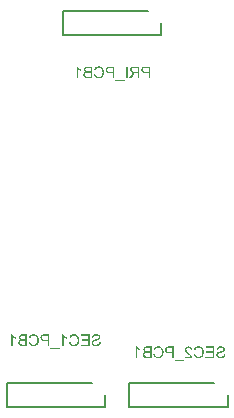
<source format=gbo>
G04*
G04 #@! TF.GenerationSoftware,Altium Limited,Altium Designer,21.7.2 (23)*
G04*
G04 Layer_Color=32896*
%FSAX25Y25*%
%MOIN*%
G70*
G04*
G04 #@! TF.SameCoordinates,43612BD9-7431-4496-A61A-E5E58A6AB67A*
G04*
G04*
G04 #@! TF.FilePolarity,Positive*
G04*
G01*
G75*
%ADD11C,0.00787*%
G36*
X0146367Y0125564D02*
X0146436Y0125472D01*
X0146504Y0125387D01*
X0146573Y0125307D01*
X0146636Y0125238D01*
X0146687Y0125187D01*
X0146727Y0125153D01*
X0146733Y0125147D01*
X0146738Y0125141D01*
X0146853Y0125044D01*
X0146967Y0124959D01*
X0147081Y0124884D01*
X0147189Y0124821D01*
X0147281Y0124770D01*
X0147321Y0124747D01*
X0147355Y0124730D01*
X0147384Y0124713D01*
X0147406Y0124701D01*
X0147418Y0124696D01*
X0147424D01*
Y0124239D01*
X0147338Y0124273D01*
X0147252Y0124313D01*
X0147172Y0124347D01*
X0147098Y0124388D01*
X0147030Y0124422D01*
X0146978Y0124450D01*
X0146944Y0124473D01*
X0146938Y0124479D01*
X0146932D01*
X0146835Y0124542D01*
X0146744Y0124599D01*
X0146664Y0124656D01*
X0146601Y0124701D01*
X0146550Y0124747D01*
X0146510Y0124776D01*
X0146487Y0124799D01*
X0146481Y0124804D01*
Y0121807D01*
X0146008D01*
Y0125661D01*
X0146316D01*
X0146367Y0125564D01*
D02*
G37*
G36*
X0129357D02*
X0129426Y0125472D01*
X0129494Y0125387D01*
X0129563Y0125307D01*
X0129625Y0125238D01*
X0129677Y0125187D01*
X0129717Y0125153D01*
X0129723Y0125147D01*
X0129728Y0125141D01*
X0129842Y0125044D01*
X0129957Y0124959D01*
X0130071Y0124884D01*
X0130179Y0124821D01*
X0130271Y0124770D01*
X0130311Y0124747D01*
X0130345Y0124730D01*
X0130374Y0124713D01*
X0130396Y0124701D01*
X0130408Y0124696D01*
X0130413D01*
Y0124239D01*
X0130328Y0124273D01*
X0130242Y0124313D01*
X0130162Y0124347D01*
X0130088Y0124388D01*
X0130019Y0124422D01*
X0129968Y0124450D01*
X0129934Y0124473D01*
X0129928Y0124479D01*
X0129922D01*
X0129825Y0124542D01*
X0129734Y0124599D01*
X0129654Y0124656D01*
X0129591Y0124701D01*
X0129540Y0124747D01*
X0129500Y0124776D01*
X0129477Y0124799D01*
X0129471Y0124804D01*
Y0121807D01*
X0128997D01*
Y0125661D01*
X0129306D01*
X0129357Y0125564D01*
D02*
G37*
G36*
X0149993Y0125707D02*
X0150164Y0125684D01*
X0150324Y0125644D01*
X0150393Y0125621D01*
X0150461Y0125604D01*
X0150518Y0125581D01*
X0150575Y0125558D01*
X0150621Y0125541D01*
X0150661Y0125518D01*
X0150695Y0125507D01*
X0150718Y0125495D01*
X0150730Y0125484D01*
X0150735D01*
X0150884Y0125387D01*
X0151015Y0125278D01*
X0151129Y0125164D01*
X0151221Y0125056D01*
X0151289Y0124959D01*
X0151318Y0124913D01*
X0151346Y0124879D01*
X0151364Y0124844D01*
X0151375Y0124821D01*
X0151386Y0124810D01*
Y0124804D01*
X0151461Y0124633D01*
X0151518Y0124456D01*
X0151558Y0124279D01*
X0151586Y0124113D01*
X0151598Y0124039D01*
X0151603Y0123971D01*
X0151609Y0123914D01*
Y0123862D01*
X0151615Y0123817D01*
Y0123788D01*
Y0123765D01*
Y0123759D01*
X0151603Y0123554D01*
X0151580Y0123365D01*
X0151552Y0123188D01*
X0151535Y0123108D01*
X0151512Y0123034D01*
X0151495Y0122966D01*
X0151478Y0122909D01*
X0151461Y0122852D01*
X0151443Y0122811D01*
X0151432Y0122772D01*
X0151421Y0122749D01*
X0151415Y0122732D01*
Y0122726D01*
X0151329Y0122555D01*
X0151238Y0122412D01*
X0151135Y0122286D01*
X0151038Y0122183D01*
X0150952Y0122098D01*
X0150918Y0122069D01*
X0150884Y0122041D01*
X0150855Y0122023D01*
X0150838Y0122006D01*
X0150827Y0122001D01*
X0150821Y0121995D01*
X0150747Y0121949D01*
X0150667Y0121915D01*
X0150501Y0121852D01*
X0150330Y0121807D01*
X0150170Y0121778D01*
X0150096Y0121767D01*
X0150027Y0121755D01*
X0149964Y0121749D01*
X0149913D01*
X0149867Y0121744D01*
X0149810D01*
X0149702Y0121749D01*
X0149593Y0121755D01*
X0149496Y0121772D01*
X0149399Y0121795D01*
X0149308Y0121818D01*
X0149228Y0121846D01*
X0149148Y0121875D01*
X0149080Y0121909D01*
X0149011Y0121938D01*
X0148960Y0121966D01*
X0148908Y0121995D01*
X0148868Y0122018D01*
X0148834Y0122041D01*
X0148811Y0122058D01*
X0148800Y0122064D01*
X0148794Y0122069D01*
X0148720Y0122132D01*
X0148651Y0122206D01*
X0148588Y0122281D01*
X0148526Y0122360D01*
X0148428Y0122515D01*
X0148349Y0122669D01*
X0148314Y0122743D01*
X0148292Y0122806D01*
X0148269Y0122869D01*
X0148246Y0122920D01*
X0148234Y0122966D01*
X0148223Y0122994D01*
X0148217Y0123017D01*
Y0123023D01*
X0148725Y0123154D01*
X0148771Y0122983D01*
X0148834Y0122834D01*
X0148902Y0122709D01*
X0148971Y0122606D01*
X0149034Y0122526D01*
X0149057Y0122497D01*
X0149085Y0122469D01*
X0149102Y0122452D01*
X0149119Y0122435D01*
X0149125Y0122429D01*
X0149131Y0122423D01*
X0149188Y0122378D01*
X0149245Y0122343D01*
X0149371Y0122281D01*
X0149491Y0122240D01*
X0149599Y0122206D01*
X0149702Y0122189D01*
X0149742Y0122183D01*
X0149782D01*
X0149810Y0122178D01*
X0149850D01*
X0149982Y0122183D01*
X0150101Y0122206D01*
X0150216Y0122235D01*
X0150313Y0122269D01*
X0150393Y0122298D01*
X0150456Y0122326D01*
X0150478Y0122338D01*
X0150496Y0122349D01*
X0150501Y0122355D01*
X0150507D01*
X0150610Y0122429D01*
X0150701Y0122520D01*
X0150775Y0122606D01*
X0150838Y0122697D01*
X0150884Y0122777D01*
X0150918Y0122846D01*
X0150929Y0122869D01*
X0150941Y0122886D01*
X0150947Y0122897D01*
Y0122903D01*
X0150992Y0123046D01*
X0151027Y0123188D01*
X0151055Y0123337D01*
X0151072Y0123468D01*
X0151078Y0123531D01*
X0151084Y0123582D01*
Y0123634D01*
X0151089Y0123679D01*
Y0123714D01*
Y0123737D01*
Y0123754D01*
Y0123759D01*
X0151084Y0123902D01*
X0151072Y0124033D01*
X0151049Y0124159D01*
X0151027Y0124273D01*
X0151009Y0124365D01*
X0150998Y0124405D01*
X0150987Y0124433D01*
X0150981Y0124462D01*
X0150975Y0124479D01*
X0150970Y0124490D01*
Y0124496D01*
X0150918Y0124622D01*
X0150855Y0124736D01*
X0150787Y0124833D01*
X0150718Y0124918D01*
X0150655Y0124981D01*
X0150598Y0125027D01*
X0150564Y0125056D01*
X0150558Y0125067D01*
X0150553D01*
X0150433Y0125141D01*
X0150313Y0125193D01*
X0150187Y0125233D01*
X0150067Y0125255D01*
X0149964Y0125273D01*
X0149925Y0125278D01*
X0149885D01*
X0149856Y0125284D01*
X0149810D01*
X0149673Y0125278D01*
X0149548Y0125255D01*
X0149439Y0125221D01*
X0149348Y0125187D01*
X0149274Y0125153D01*
X0149222Y0125118D01*
X0149188Y0125095D01*
X0149177Y0125090D01*
X0149085Y0125010D01*
X0149005Y0124913D01*
X0148937Y0124810D01*
X0148885Y0124713D01*
X0148840Y0124622D01*
X0148822Y0124582D01*
X0148805Y0124547D01*
X0148794Y0124519D01*
X0148788Y0124496D01*
X0148783Y0124485D01*
Y0124479D01*
X0148280Y0124599D01*
X0148314Y0124696D01*
X0148349Y0124787D01*
X0148389Y0124873D01*
X0148434Y0124953D01*
X0148480Y0125027D01*
X0148526Y0125090D01*
X0148571Y0125153D01*
X0148617Y0125210D01*
X0148663Y0125255D01*
X0148703Y0125301D01*
X0148737Y0125335D01*
X0148771Y0125370D01*
X0148794Y0125392D01*
X0148817Y0125410D01*
X0148828Y0125415D01*
X0148834Y0125421D01*
X0148908Y0125472D01*
X0148988Y0125518D01*
X0149068Y0125558D01*
X0149148Y0125592D01*
X0149314Y0125644D01*
X0149462Y0125684D01*
X0149536Y0125695D01*
X0149599Y0125701D01*
X0149656Y0125707D01*
X0149708Y0125712D01*
X0149748Y0125718D01*
X0149805D01*
X0149993Y0125707D01*
D02*
G37*
G36*
X0136563D02*
X0136734Y0125684D01*
X0136894Y0125644D01*
X0136963Y0125621D01*
X0137031Y0125604D01*
X0137089Y0125581D01*
X0137146Y0125558D01*
X0137191Y0125541D01*
X0137231Y0125518D01*
X0137266Y0125507D01*
X0137288Y0125495D01*
X0137300Y0125484D01*
X0137305D01*
X0137454Y0125387D01*
X0137585Y0125278D01*
X0137699Y0125164D01*
X0137791Y0125056D01*
X0137859Y0124959D01*
X0137888Y0124913D01*
X0137916Y0124879D01*
X0137934Y0124844D01*
X0137945Y0124821D01*
X0137956Y0124810D01*
Y0124804D01*
X0138031Y0124633D01*
X0138088Y0124456D01*
X0138128Y0124279D01*
X0138156Y0124113D01*
X0138168Y0124039D01*
X0138173Y0123971D01*
X0138179Y0123914D01*
Y0123862D01*
X0138185Y0123817D01*
Y0123788D01*
Y0123765D01*
Y0123759D01*
X0138173Y0123554D01*
X0138151Y0123365D01*
X0138122Y0123188D01*
X0138105Y0123108D01*
X0138082Y0123034D01*
X0138065Y0122966D01*
X0138048Y0122909D01*
X0138031Y0122852D01*
X0138014Y0122811D01*
X0138002Y0122772D01*
X0137991Y0122749D01*
X0137985Y0122732D01*
Y0122726D01*
X0137899Y0122555D01*
X0137808Y0122412D01*
X0137705Y0122286D01*
X0137608Y0122183D01*
X0137522Y0122098D01*
X0137488Y0122069D01*
X0137454Y0122041D01*
X0137425Y0122023D01*
X0137408Y0122006D01*
X0137397Y0122001D01*
X0137391Y0121995D01*
X0137317Y0121949D01*
X0137237Y0121915D01*
X0137071Y0121852D01*
X0136900Y0121807D01*
X0136740Y0121778D01*
X0136666Y0121767D01*
X0136597Y0121755D01*
X0136535Y0121749D01*
X0136483D01*
X0136437Y0121744D01*
X0136380D01*
X0136272Y0121749D01*
X0136163Y0121755D01*
X0136066Y0121772D01*
X0135969Y0121795D01*
X0135878Y0121818D01*
X0135798Y0121846D01*
X0135718Y0121875D01*
X0135650Y0121909D01*
X0135581Y0121938D01*
X0135530Y0121966D01*
X0135478Y0121995D01*
X0135438Y0122018D01*
X0135404Y0122041D01*
X0135381Y0122058D01*
X0135370Y0122064D01*
X0135364Y0122069D01*
X0135290Y0122132D01*
X0135221Y0122206D01*
X0135159Y0122281D01*
X0135096Y0122360D01*
X0134999Y0122515D01*
X0134919Y0122669D01*
X0134884Y0122743D01*
X0134862Y0122806D01*
X0134839Y0122869D01*
X0134816Y0122920D01*
X0134804Y0122966D01*
X0134793Y0122994D01*
X0134787Y0123017D01*
Y0123023D01*
X0135295Y0123154D01*
X0135341Y0122983D01*
X0135404Y0122834D01*
X0135473Y0122709D01*
X0135541Y0122606D01*
X0135604Y0122526D01*
X0135627Y0122497D01*
X0135655Y0122469D01*
X0135672Y0122452D01*
X0135689Y0122435D01*
X0135695Y0122429D01*
X0135701Y0122423D01*
X0135758Y0122378D01*
X0135815Y0122343D01*
X0135941Y0122281D01*
X0136061Y0122240D01*
X0136169Y0122206D01*
X0136272Y0122189D01*
X0136312Y0122183D01*
X0136352D01*
X0136380Y0122178D01*
X0136420D01*
X0136552Y0122183D01*
X0136672Y0122206D01*
X0136786Y0122235D01*
X0136883Y0122269D01*
X0136963Y0122298D01*
X0137026Y0122326D01*
X0137048Y0122338D01*
X0137066Y0122349D01*
X0137071Y0122355D01*
X0137077D01*
X0137180Y0122429D01*
X0137271Y0122520D01*
X0137345Y0122606D01*
X0137408Y0122697D01*
X0137454Y0122777D01*
X0137488Y0122846D01*
X0137500Y0122869D01*
X0137511Y0122886D01*
X0137517Y0122897D01*
Y0122903D01*
X0137562Y0123046D01*
X0137597Y0123188D01*
X0137625Y0123337D01*
X0137642Y0123468D01*
X0137648Y0123531D01*
X0137654Y0123582D01*
Y0123634D01*
X0137660Y0123679D01*
Y0123714D01*
Y0123737D01*
Y0123754D01*
Y0123759D01*
X0137654Y0123902D01*
X0137642Y0124033D01*
X0137619Y0124159D01*
X0137597Y0124273D01*
X0137580Y0124365D01*
X0137568Y0124405D01*
X0137557Y0124433D01*
X0137551Y0124462D01*
X0137545Y0124479D01*
X0137540Y0124490D01*
Y0124496D01*
X0137488Y0124622D01*
X0137425Y0124736D01*
X0137357Y0124833D01*
X0137288Y0124918D01*
X0137225Y0124981D01*
X0137168Y0125027D01*
X0137134Y0125056D01*
X0137128Y0125067D01*
X0137123D01*
X0137003Y0125141D01*
X0136883Y0125193D01*
X0136757Y0125233D01*
X0136637Y0125255D01*
X0136535Y0125273D01*
X0136495Y0125278D01*
X0136455D01*
X0136426Y0125284D01*
X0136380D01*
X0136243Y0125278D01*
X0136118Y0125255D01*
X0136009Y0125221D01*
X0135918Y0125187D01*
X0135844Y0125153D01*
X0135792Y0125118D01*
X0135758Y0125095D01*
X0135747Y0125090D01*
X0135655Y0125010D01*
X0135575Y0124913D01*
X0135507Y0124810D01*
X0135455Y0124713D01*
X0135410Y0124622D01*
X0135393Y0124582D01*
X0135375Y0124547D01*
X0135364Y0124519D01*
X0135358Y0124496D01*
X0135353Y0124485D01*
Y0124479D01*
X0134850Y0124599D01*
X0134884Y0124696D01*
X0134919Y0124787D01*
X0134959Y0124873D01*
X0135004Y0124953D01*
X0135050Y0125027D01*
X0135096Y0125090D01*
X0135141Y0125153D01*
X0135187Y0125210D01*
X0135233Y0125255D01*
X0135273Y0125301D01*
X0135307Y0125335D01*
X0135341Y0125370D01*
X0135364Y0125392D01*
X0135387Y0125410D01*
X0135398Y0125415D01*
X0135404Y0125421D01*
X0135478Y0125472D01*
X0135558Y0125518D01*
X0135638Y0125558D01*
X0135718Y0125592D01*
X0135884Y0125644D01*
X0136032Y0125684D01*
X0136106Y0125695D01*
X0136169Y0125701D01*
X0136226Y0125707D01*
X0136278Y0125712D01*
X0136318Y0125718D01*
X0136375D01*
X0136563Y0125707D01*
D02*
G37*
G36*
X0155041Y0121807D02*
X0152169D01*
Y0122258D01*
X0154533D01*
Y0123571D01*
X0152403D01*
Y0124022D01*
X0154533D01*
Y0125198D01*
X0152260D01*
Y0125649D01*
X0155041D01*
Y0121807D01*
D02*
G37*
G36*
X0141616D02*
X0141108D01*
Y0123371D01*
X0140126D01*
X0139978Y0123377D01*
X0139846Y0123388D01*
X0139721Y0123400D01*
X0139607Y0123423D01*
X0139504Y0123451D01*
X0139412Y0123480D01*
X0139332Y0123508D01*
X0139258Y0123542D01*
X0139196Y0123571D01*
X0139144Y0123600D01*
X0139098Y0123628D01*
X0139064Y0123657D01*
X0139036Y0123679D01*
X0139018Y0123691D01*
X0139007Y0123702D01*
X0139001Y0123708D01*
X0138944Y0123771D01*
X0138899Y0123839D01*
X0138853Y0123908D01*
X0138819Y0123982D01*
X0138761Y0124119D01*
X0138727Y0124250D01*
X0138716Y0124308D01*
X0138704Y0124365D01*
X0138699Y0124410D01*
X0138693Y0124456D01*
X0138687Y0124490D01*
Y0124513D01*
Y0124530D01*
Y0124536D01*
X0138693Y0124639D01*
X0138704Y0124741D01*
X0138727Y0124827D01*
X0138744Y0124907D01*
X0138767Y0124970D01*
X0138790Y0125021D01*
X0138802Y0125050D01*
X0138807Y0125061D01*
X0138853Y0125147D01*
X0138904Y0125221D01*
X0138956Y0125284D01*
X0139001Y0125335D01*
X0139047Y0125381D01*
X0139081Y0125410D01*
X0139104Y0125427D01*
X0139116Y0125432D01*
X0139190Y0125478D01*
X0139270Y0125518D01*
X0139350Y0125547D01*
X0139424Y0125569D01*
X0139487Y0125587D01*
X0139544Y0125598D01*
X0139578Y0125609D01*
X0139589D01*
X0139669Y0125621D01*
X0139767Y0125632D01*
X0139864Y0125638D01*
X0139955Y0125644D01*
X0140041Y0125649D01*
X0141616D01*
Y0121807D01*
D02*
G37*
G36*
X0134182D02*
X0132720D01*
X0132589Y0121812D01*
X0132469Y0121818D01*
X0132366Y0121829D01*
X0132275Y0121841D01*
X0132201Y0121852D01*
X0132149Y0121858D01*
X0132115Y0121869D01*
X0132104D01*
X0132012Y0121898D01*
X0131927Y0121926D01*
X0131858Y0121955D01*
X0131795Y0121989D01*
X0131750Y0122012D01*
X0131710Y0122035D01*
X0131687Y0122052D01*
X0131681Y0122058D01*
X0131618Y0122109D01*
X0131561Y0122166D01*
X0131516Y0122223D01*
X0131475Y0122281D01*
X0131441Y0122332D01*
X0131418Y0122372D01*
X0131401Y0122400D01*
X0131396Y0122412D01*
X0131356Y0122503D01*
X0131327Y0122589D01*
X0131310Y0122675D01*
X0131293Y0122754D01*
X0131287Y0122823D01*
X0131281Y0122874D01*
Y0122909D01*
Y0122914D01*
Y0122920D01*
X0131287Y0123040D01*
X0131310Y0123148D01*
X0131344Y0123246D01*
X0131378Y0123331D01*
X0131413Y0123400D01*
X0131447Y0123451D01*
X0131470Y0123485D01*
X0131475Y0123497D01*
X0131550Y0123582D01*
X0131641Y0123657D01*
X0131727Y0123719D01*
X0131812Y0123771D01*
X0131892Y0123805D01*
X0131955Y0123834D01*
X0131978Y0123839D01*
X0131995Y0123845D01*
X0132007Y0123851D01*
X0132012D01*
X0131915Y0123902D01*
X0131835Y0123959D01*
X0131761Y0124016D01*
X0131704Y0124073D01*
X0131664Y0124125D01*
X0131630Y0124165D01*
X0131613Y0124188D01*
X0131607Y0124199D01*
X0131561Y0124279D01*
X0131527Y0124365D01*
X0131504Y0124439D01*
X0131487Y0124513D01*
X0131475Y0124570D01*
X0131470Y0124622D01*
Y0124650D01*
Y0124662D01*
X0131475Y0124759D01*
X0131493Y0124856D01*
X0131521Y0124941D01*
X0131544Y0125016D01*
X0131573Y0125078D01*
X0131601Y0125130D01*
X0131618Y0125158D01*
X0131624Y0125170D01*
X0131687Y0125255D01*
X0131750Y0125330D01*
X0131818Y0125392D01*
X0131887Y0125444D01*
X0131949Y0125478D01*
X0131995Y0125507D01*
X0132029Y0125524D01*
X0132035Y0125530D01*
X0132041D01*
X0132144Y0125569D01*
X0132264Y0125598D01*
X0132378Y0125621D01*
X0132492Y0125632D01*
X0132589Y0125644D01*
X0132635D01*
X0132669Y0125649D01*
X0134182D01*
Y0121807D01*
D02*
G37*
G36*
X0157445Y0125712D02*
X0157576Y0125695D01*
X0157696Y0125678D01*
X0157804Y0125655D01*
X0157890Y0125627D01*
X0157924Y0125615D01*
X0157953Y0125609D01*
X0157976Y0125598D01*
X0157993Y0125592D01*
X0158004Y0125587D01*
X0158010D01*
X0158124Y0125535D01*
X0158221Y0125472D01*
X0158301Y0125404D01*
X0158370Y0125341D01*
X0158427Y0125284D01*
X0158467Y0125238D01*
X0158490Y0125210D01*
X0158495Y0125204D01*
Y0125198D01*
X0158547Y0125101D01*
X0158587Y0125010D01*
X0158615Y0124918D01*
X0158632Y0124833D01*
X0158644Y0124759D01*
X0158655Y0124707D01*
Y0124684D01*
Y0124667D01*
Y0124662D01*
Y0124656D01*
X0158649Y0124559D01*
X0158632Y0124467D01*
X0158615Y0124382D01*
X0158587Y0124313D01*
X0158564Y0124256D01*
X0158547Y0124211D01*
X0158529Y0124182D01*
X0158524Y0124170D01*
X0158467Y0124096D01*
X0158404Y0124028D01*
X0158335Y0123965D01*
X0158267Y0123914D01*
X0158204Y0123874D01*
X0158158Y0123845D01*
X0158124Y0123822D01*
X0158118Y0123817D01*
X0158113D01*
X0158067Y0123794D01*
X0158021Y0123771D01*
X0157907Y0123731D01*
X0157787Y0123691D01*
X0157662Y0123657D01*
X0157547Y0123622D01*
X0157502Y0123611D01*
X0157456Y0123600D01*
X0157422Y0123588D01*
X0157393Y0123582D01*
X0157376Y0123577D01*
X0157370D01*
X0157273Y0123554D01*
X0157188Y0123531D01*
X0157108Y0123514D01*
X0157039Y0123497D01*
X0156976Y0123480D01*
X0156919Y0123462D01*
X0156874Y0123445D01*
X0156828Y0123434D01*
X0156794Y0123423D01*
X0156759Y0123417D01*
X0156719Y0123400D01*
X0156691Y0123394D01*
X0156685Y0123388D01*
X0156599Y0123354D01*
X0156525Y0123314D01*
X0156468Y0123274D01*
X0156417Y0123240D01*
X0156383Y0123205D01*
X0156354Y0123183D01*
X0156343Y0123166D01*
X0156337Y0123160D01*
X0156303Y0123108D01*
X0156280Y0123057D01*
X0156257Y0123006D01*
X0156246Y0122954D01*
X0156240Y0122909D01*
X0156234Y0122874D01*
Y0122852D01*
Y0122846D01*
X0156240Y0122783D01*
X0156251Y0122720D01*
X0156268Y0122663D01*
X0156291Y0122612D01*
X0156314Y0122572D01*
X0156331Y0122543D01*
X0156343Y0122520D01*
X0156348Y0122515D01*
X0156394Y0122463D01*
X0156445Y0122417D01*
X0156502Y0122378D01*
X0156554Y0122343D01*
X0156605Y0122315D01*
X0156645Y0122298D01*
X0156668Y0122286D01*
X0156679Y0122281D01*
X0156765Y0122252D01*
X0156851Y0122229D01*
X0156936Y0122218D01*
X0157016Y0122206D01*
X0157085Y0122201D01*
X0157136Y0122195D01*
X0157188D01*
X0157308Y0122201D01*
X0157416Y0122212D01*
X0157519Y0122229D01*
X0157605Y0122252D01*
X0157673Y0122275D01*
X0157730Y0122292D01*
X0157764Y0122303D01*
X0157770Y0122309D01*
X0157776D01*
X0157867Y0122355D01*
X0157947Y0122406D01*
X0158016Y0122452D01*
X0158067Y0122503D01*
X0158113Y0122543D01*
X0158141Y0122577D01*
X0158158Y0122600D01*
X0158164Y0122606D01*
X0158204Y0122680D01*
X0158238Y0122760D01*
X0158267Y0122840D01*
X0158290Y0122914D01*
X0158301Y0122983D01*
X0158312Y0123040D01*
X0158318Y0123074D01*
Y0123080D01*
Y0123086D01*
X0158798Y0123046D01*
X0158786Y0122903D01*
X0158764Y0122772D01*
X0158729Y0122657D01*
X0158695Y0122555D01*
X0158655Y0122469D01*
X0158638Y0122435D01*
X0158621Y0122406D01*
X0158609Y0122378D01*
X0158598Y0122360D01*
X0158592Y0122355D01*
Y0122349D01*
X0158512Y0122240D01*
X0158421Y0122149D01*
X0158330Y0122069D01*
X0158238Y0122006D01*
X0158158Y0121955D01*
X0158096Y0121921D01*
X0158073Y0121909D01*
X0158056Y0121898D01*
X0158044Y0121892D01*
X0158038D01*
X0157901Y0121841D01*
X0157753Y0121807D01*
X0157605Y0121778D01*
X0157467Y0121761D01*
X0157405Y0121755D01*
X0157348Y0121749D01*
X0157296D01*
X0157250Y0121744D01*
X0157165D01*
X0157016Y0121749D01*
X0156874Y0121767D01*
X0156754Y0121789D01*
X0156640Y0121818D01*
X0156554Y0121846D01*
X0156514Y0121858D01*
X0156485Y0121869D01*
X0156463Y0121881D01*
X0156445Y0121887D01*
X0156434Y0121892D01*
X0156428D01*
X0156308Y0121955D01*
X0156211Y0122018D01*
X0156120Y0122092D01*
X0156051Y0122155D01*
X0155994Y0122218D01*
X0155954Y0122263D01*
X0155926Y0122298D01*
X0155920Y0122303D01*
Y0122309D01*
X0155863Y0122412D01*
X0155817Y0122515D01*
X0155789Y0122612D01*
X0155766Y0122703D01*
X0155754Y0122777D01*
X0155743Y0122840D01*
Y0122863D01*
Y0122880D01*
Y0122886D01*
Y0122891D01*
X0155749Y0123006D01*
X0155766Y0123108D01*
X0155794Y0123200D01*
X0155823Y0123280D01*
X0155851Y0123343D01*
X0155880Y0123394D01*
X0155897Y0123423D01*
X0155903Y0123434D01*
X0155971Y0123520D01*
X0156046Y0123600D01*
X0156131Y0123662D01*
X0156211Y0123719D01*
X0156286Y0123765D01*
X0156343Y0123799D01*
X0156365Y0123811D01*
X0156383Y0123822D01*
X0156394Y0123828D01*
X0156400D01*
X0156445Y0123845D01*
X0156502Y0123868D01*
X0156565Y0123891D01*
X0156628Y0123908D01*
X0156771Y0123948D01*
X0156908Y0123988D01*
X0157039Y0124016D01*
X0157096Y0124033D01*
X0157148Y0124045D01*
X0157193Y0124056D01*
X0157222Y0124062D01*
X0157245Y0124068D01*
X0157250D01*
X0157359Y0124096D01*
X0157462Y0124119D01*
X0157553Y0124148D01*
X0157633Y0124170D01*
X0157702Y0124193D01*
X0157764Y0124222D01*
X0157822Y0124239D01*
X0157867Y0124262D01*
X0157907Y0124279D01*
X0157936Y0124296D01*
X0157964Y0124313D01*
X0157981Y0124325D01*
X0158010Y0124342D01*
X0158016Y0124347D01*
X0158067Y0124399D01*
X0158101Y0124456D01*
X0158130Y0124513D01*
X0158147Y0124565D01*
X0158158Y0124610D01*
X0158164Y0124650D01*
Y0124673D01*
Y0124684D01*
X0158153Y0124770D01*
X0158130Y0124850D01*
X0158096Y0124918D01*
X0158056Y0124981D01*
X0158021Y0125027D01*
X0157987Y0125067D01*
X0157964Y0125090D01*
X0157953Y0125095D01*
X0157913Y0125124D01*
X0157861Y0125153D01*
X0157759Y0125193D01*
X0157650Y0125227D01*
X0157542Y0125244D01*
X0157439Y0125255D01*
X0157399Y0125261D01*
X0157359Y0125267D01*
X0157285D01*
X0157131Y0125261D01*
X0156993Y0125238D01*
X0156874Y0125210D01*
X0156782Y0125175D01*
X0156708Y0125136D01*
X0156651Y0125107D01*
X0156622Y0125084D01*
X0156611Y0125078D01*
X0156531Y0125004D01*
X0156474Y0124918D01*
X0156428Y0124827D01*
X0156388Y0124741D01*
X0156365Y0124662D01*
X0156354Y0124593D01*
X0156348Y0124570D01*
X0156343Y0124553D01*
Y0124542D01*
Y0124536D01*
X0155857Y0124570D01*
X0155869Y0124690D01*
X0155897Y0124804D01*
X0155926Y0124907D01*
X0155960Y0124998D01*
X0155994Y0125067D01*
X0156023Y0125124D01*
X0156046Y0125158D01*
X0156051Y0125170D01*
X0156120Y0125267D01*
X0156200Y0125347D01*
X0156286Y0125415D01*
X0156365Y0125472D01*
X0156440Y0125518D01*
X0156497Y0125552D01*
X0156520Y0125564D01*
X0156537Y0125569D01*
X0156548Y0125575D01*
X0156554D01*
X0156679Y0125621D01*
X0156811Y0125655D01*
X0156936Y0125684D01*
X0157051Y0125701D01*
X0157153Y0125712D01*
X0157199D01*
X0157233Y0125718D01*
X0157308D01*
X0157445Y0125712D01*
D02*
G37*
G36*
X0145100Y0120739D02*
X0141976D01*
Y0121081D01*
X0145100D01*
Y0120739D01*
D02*
G37*
G36*
X0188148Y0121620D02*
X0188240Y0121614D01*
X0188331Y0121597D01*
X0188411Y0121580D01*
X0188491Y0121557D01*
X0188565Y0121534D01*
X0188628Y0121511D01*
X0188685Y0121483D01*
X0188742Y0121454D01*
X0188788Y0121431D01*
X0188828Y0121408D01*
X0188862Y0121386D01*
X0188885Y0121368D01*
X0188902Y0121351D01*
X0188913Y0121346D01*
X0188919Y0121340D01*
X0188976Y0121283D01*
X0189028Y0121220D01*
X0189073Y0121157D01*
X0189113Y0121089D01*
X0189182Y0120952D01*
X0189227Y0120820D01*
X0189256Y0120700D01*
X0189267Y0120649D01*
X0189279Y0120603D01*
X0189285Y0120563D01*
X0189290Y0120535D01*
Y0120518D01*
Y0120512D01*
X0188805Y0120460D01*
X0188793Y0120586D01*
X0188771Y0120700D01*
X0188742Y0120797D01*
X0188702Y0120877D01*
X0188668Y0120940D01*
X0188634Y0120986D01*
X0188611Y0121014D01*
X0188605Y0121026D01*
X0188525Y0121094D01*
X0188434Y0121146D01*
X0188342Y0121186D01*
X0188251Y0121209D01*
X0188177Y0121226D01*
X0188114Y0121231D01*
X0188091Y0121237D01*
X0188057D01*
X0187943Y0121231D01*
X0187840Y0121209D01*
X0187754Y0121174D01*
X0187674Y0121140D01*
X0187617Y0121106D01*
X0187572Y0121072D01*
X0187549Y0121049D01*
X0187537Y0121043D01*
X0187469Y0120969D01*
X0187417Y0120889D01*
X0187383Y0120809D01*
X0187355Y0120735D01*
X0187343Y0120666D01*
X0187337Y0120615D01*
X0187332Y0120580D01*
Y0120575D01*
Y0120569D01*
X0187343Y0120466D01*
X0187366Y0120369D01*
X0187400Y0120272D01*
X0187440Y0120181D01*
X0187486Y0120106D01*
X0187520Y0120049D01*
X0187531Y0120027D01*
X0187543Y0120009D01*
X0187554Y0120004D01*
Y0119998D01*
X0187600Y0119941D01*
X0187657Y0119878D01*
X0187714Y0119815D01*
X0187783Y0119747D01*
X0187920Y0119610D01*
X0188063Y0119484D01*
X0188188Y0119364D01*
X0188245Y0119313D01*
X0188297Y0119273D01*
X0188342Y0119239D01*
X0188371Y0119210D01*
X0188394Y0119193D01*
X0188399Y0119187D01*
X0188542Y0119067D01*
X0188668Y0118959D01*
X0188776Y0118856D01*
X0188862Y0118770D01*
X0188930Y0118702D01*
X0188982Y0118650D01*
X0189010Y0118616D01*
X0189022Y0118611D01*
Y0118605D01*
X0189096Y0118513D01*
X0189159Y0118422D01*
X0189210Y0118336D01*
X0189256Y0118256D01*
X0189290Y0118194D01*
X0189313Y0118142D01*
X0189324Y0118108D01*
X0189330Y0118102D01*
Y0118097D01*
X0189347Y0118040D01*
X0189364Y0117977D01*
X0189370Y0117925D01*
X0189376Y0117874D01*
X0189382Y0117834D01*
Y0117800D01*
Y0117777D01*
Y0117771D01*
X0186841D01*
Y0118222D01*
X0188725D01*
X0188662Y0118314D01*
X0188628Y0118359D01*
X0188594Y0118394D01*
X0188565Y0118428D01*
X0188542Y0118451D01*
X0188531Y0118468D01*
X0188525Y0118473D01*
X0188496Y0118502D01*
X0188468Y0118530D01*
X0188388Y0118605D01*
X0188302Y0118685D01*
X0188211Y0118765D01*
X0188120Y0118839D01*
X0188051Y0118902D01*
X0188023Y0118924D01*
X0188000Y0118942D01*
X0187988Y0118953D01*
X0187983Y0118959D01*
X0187891Y0119039D01*
X0187806Y0119113D01*
X0187726Y0119182D01*
X0187657Y0119244D01*
X0187589Y0119307D01*
X0187531Y0119359D01*
X0187474Y0119410D01*
X0187429Y0119456D01*
X0187389Y0119495D01*
X0187355Y0119530D01*
X0187320Y0119564D01*
X0187297Y0119587D01*
X0187269Y0119621D01*
X0187257Y0119633D01*
X0187183Y0119724D01*
X0187115Y0119810D01*
X0187063Y0119889D01*
X0187018Y0119964D01*
X0186983Y0120021D01*
X0186960Y0120061D01*
X0186949Y0120089D01*
X0186943Y0120101D01*
X0186909Y0120186D01*
X0186886Y0120266D01*
X0186869Y0120341D01*
X0186858Y0120415D01*
X0186852Y0120472D01*
X0186846Y0120518D01*
Y0120546D01*
Y0120558D01*
X0186852Y0120643D01*
X0186858Y0120718D01*
X0186875Y0120797D01*
X0186898Y0120866D01*
X0186949Y0120997D01*
X0187006Y0121106D01*
X0187040Y0121151D01*
X0187069Y0121197D01*
X0187098Y0121231D01*
X0187120Y0121260D01*
X0187143Y0121289D01*
X0187160Y0121306D01*
X0187166Y0121311D01*
X0187172Y0121317D01*
X0187235Y0121374D01*
X0187303Y0121420D01*
X0187372Y0121460D01*
X0187440Y0121494D01*
X0187589Y0121551D01*
X0187726Y0121585D01*
X0187794Y0121602D01*
X0187851Y0121608D01*
X0187908Y0121614D01*
X0187954Y0121620D01*
X0187994Y0121625D01*
X0188045D01*
X0188148Y0121620D01*
D02*
G37*
G36*
X0170893Y0121528D02*
X0170961Y0121437D01*
X0171030Y0121351D01*
X0171098Y0121271D01*
X0171161Y0121203D01*
X0171212Y0121151D01*
X0171252Y0121117D01*
X0171258Y0121112D01*
X0171264Y0121106D01*
X0171378Y0121009D01*
X0171492Y0120923D01*
X0171606Y0120849D01*
X0171715Y0120786D01*
X0171806Y0120735D01*
X0171846Y0120712D01*
X0171880Y0120695D01*
X0171909Y0120677D01*
X0171932Y0120666D01*
X0171943Y0120660D01*
X0171949D01*
Y0120204D01*
X0171863Y0120238D01*
X0171778Y0120278D01*
X0171698Y0120312D01*
X0171623Y0120352D01*
X0171555Y0120386D01*
X0171503Y0120415D01*
X0171469Y0120438D01*
X0171464Y0120443D01*
X0171458D01*
X0171361Y0120506D01*
X0171269Y0120563D01*
X0171189Y0120620D01*
X0171127Y0120666D01*
X0171075Y0120712D01*
X0171035Y0120740D01*
X0171012Y0120763D01*
X0171007Y0120769D01*
Y0117771D01*
X0170533D01*
Y0121625D01*
X0170841D01*
X0170893Y0121528D01*
D02*
G37*
G36*
X0191528Y0121671D02*
X0191700Y0121648D01*
X0191860Y0121608D01*
X0191928Y0121585D01*
X0191997Y0121568D01*
X0192054Y0121545D01*
X0192111Y0121523D01*
X0192157Y0121505D01*
X0192197Y0121483D01*
X0192231Y0121471D01*
X0192254Y0121460D01*
X0192265Y0121448D01*
X0192271D01*
X0192419Y0121351D01*
X0192551Y0121243D01*
X0192665Y0121129D01*
X0192756Y0121020D01*
X0192825Y0120923D01*
X0192853Y0120877D01*
X0192882Y0120843D01*
X0192899Y0120809D01*
X0192910Y0120786D01*
X0192922Y0120775D01*
Y0120769D01*
X0192996Y0120598D01*
X0193053Y0120421D01*
X0193093Y0120244D01*
X0193122Y0120078D01*
X0193133Y0120004D01*
X0193139Y0119935D01*
X0193144Y0119878D01*
Y0119827D01*
X0193150Y0119781D01*
Y0119753D01*
Y0119730D01*
Y0119724D01*
X0193139Y0119518D01*
X0193116Y0119330D01*
X0193087Y0119153D01*
X0193070Y0119073D01*
X0193047Y0118999D01*
X0193030Y0118930D01*
X0193013Y0118873D01*
X0192996Y0118816D01*
X0192979Y0118776D01*
X0192967Y0118736D01*
X0192956Y0118713D01*
X0192950Y0118696D01*
Y0118690D01*
X0192865Y0118519D01*
X0192773Y0118376D01*
X0192671Y0118251D01*
X0192573Y0118148D01*
X0192488Y0118062D01*
X0192454Y0118034D01*
X0192419Y0118005D01*
X0192391Y0117988D01*
X0192374Y0117971D01*
X0192362Y0117965D01*
X0192356Y0117959D01*
X0192282Y0117914D01*
X0192202Y0117880D01*
X0192037Y0117817D01*
X0191865Y0117771D01*
X0191706Y0117743D01*
X0191631Y0117731D01*
X0191563Y0117720D01*
X0191500Y0117714D01*
X0191449D01*
X0191403Y0117708D01*
X0191346D01*
X0191237Y0117714D01*
X0191129Y0117720D01*
X0191032Y0117737D01*
X0190935Y0117760D01*
X0190843Y0117782D01*
X0190763Y0117811D01*
X0190683Y0117840D01*
X0190615Y0117874D01*
X0190546Y0117902D01*
X0190495Y0117931D01*
X0190444Y0117959D01*
X0190404Y0117982D01*
X0190369Y0118005D01*
X0190347Y0118022D01*
X0190335Y0118028D01*
X0190329Y0118034D01*
X0190255Y0118097D01*
X0190187Y0118171D01*
X0190124Y0118245D01*
X0190061Y0118325D01*
X0189964Y0118479D01*
X0189884Y0118633D01*
X0189850Y0118708D01*
X0189827Y0118770D01*
X0189804Y0118833D01*
X0189781Y0118885D01*
X0189770Y0118930D01*
X0189758Y0118959D01*
X0189753Y0118982D01*
Y0118987D01*
X0190261Y0119119D01*
X0190306Y0118947D01*
X0190369Y0118799D01*
X0190438Y0118673D01*
X0190506Y0118570D01*
X0190569Y0118491D01*
X0190592Y0118462D01*
X0190621Y0118433D01*
X0190638Y0118416D01*
X0190655Y0118399D01*
X0190661Y0118394D01*
X0190666Y0118388D01*
X0190723Y0118342D01*
X0190780Y0118308D01*
X0190906Y0118245D01*
X0191026Y0118205D01*
X0191135Y0118171D01*
X0191237Y0118154D01*
X0191277Y0118148D01*
X0191317D01*
X0191346Y0118142D01*
X0191386D01*
X0191517Y0118148D01*
X0191637Y0118171D01*
X0191751Y0118199D01*
X0191848Y0118234D01*
X0191928Y0118262D01*
X0191991Y0118291D01*
X0192014Y0118302D01*
X0192031Y0118314D01*
X0192037Y0118319D01*
X0192042D01*
X0192145Y0118394D01*
X0192236Y0118485D01*
X0192311Y0118570D01*
X0192374Y0118662D01*
X0192419Y0118742D01*
X0192454Y0118810D01*
X0192465Y0118833D01*
X0192476Y0118850D01*
X0192482Y0118862D01*
Y0118867D01*
X0192528Y0119010D01*
X0192562Y0119153D01*
X0192591Y0119301D01*
X0192608Y0119433D01*
X0192613Y0119495D01*
X0192619Y0119547D01*
Y0119598D01*
X0192625Y0119644D01*
Y0119678D01*
Y0119701D01*
Y0119718D01*
Y0119724D01*
X0192619Y0119867D01*
X0192608Y0119998D01*
X0192585Y0120124D01*
X0192562Y0120238D01*
X0192545Y0120329D01*
X0192533Y0120369D01*
X0192522Y0120398D01*
X0192516Y0120426D01*
X0192511Y0120443D01*
X0192505Y0120455D01*
Y0120460D01*
X0192454Y0120586D01*
X0192391Y0120700D01*
X0192322Y0120797D01*
X0192254Y0120883D01*
X0192191Y0120946D01*
X0192134Y0120992D01*
X0192099Y0121020D01*
X0192094Y0121031D01*
X0192088D01*
X0191968Y0121106D01*
X0191848Y0121157D01*
X0191723Y0121197D01*
X0191603Y0121220D01*
X0191500Y0121237D01*
X0191460Y0121243D01*
X0191420D01*
X0191392Y0121248D01*
X0191346D01*
X0191209Y0121243D01*
X0191083Y0121220D01*
X0190975Y0121186D01*
X0190883Y0121151D01*
X0190809Y0121117D01*
X0190758Y0121083D01*
X0190723Y0121060D01*
X0190712Y0121054D01*
X0190621Y0120974D01*
X0190541Y0120877D01*
X0190472Y0120775D01*
X0190421Y0120677D01*
X0190375Y0120586D01*
X0190358Y0120546D01*
X0190341Y0120512D01*
X0190329Y0120483D01*
X0190324Y0120460D01*
X0190318Y0120449D01*
Y0120443D01*
X0189815Y0120563D01*
X0189850Y0120660D01*
X0189884Y0120752D01*
X0189924Y0120837D01*
X0189970Y0120917D01*
X0190015Y0120992D01*
X0190061Y0121054D01*
X0190107Y0121117D01*
X0190152Y0121174D01*
X0190198Y0121220D01*
X0190238Y0121266D01*
X0190272Y0121300D01*
X0190306Y0121334D01*
X0190329Y0121357D01*
X0190352Y0121374D01*
X0190364Y0121380D01*
X0190369Y0121386D01*
X0190444Y0121437D01*
X0190524Y0121483D01*
X0190603Y0121523D01*
X0190683Y0121557D01*
X0190849Y0121608D01*
X0190998Y0121648D01*
X0191072Y0121660D01*
X0191135Y0121665D01*
X0191192Y0121671D01*
X0191243Y0121677D01*
X0191283Y0121683D01*
X0191340D01*
X0191528Y0121671D01*
D02*
G37*
G36*
X0178099D02*
X0178270Y0121648D01*
X0178430Y0121608D01*
X0178498Y0121585D01*
X0178567Y0121568D01*
X0178624Y0121545D01*
X0178681Y0121523D01*
X0178727Y0121505D01*
X0178767Y0121483D01*
X0178801Y0121471D01*
X0178824Y0121460D01*
X0178835Y0121448D01*
X0178841D01*
X0178989Y0121351D01*
X0179121Y0121243D01*
X0179235Y0121129D01*
X0179326Y0121020D01*
X0179395Y0120923D01*
X0179423Y0120877D01*
X0179452Y0120843D01*
X0179469Y0120809D01*
X0179480Y0120786D01*
X0179492Y0120775D01*
Y0120769D01*
X0179566Y0120598D01*
X0179623Y0120421D01*
X0179663Y0120244D01*
X0179692Y0120078D01*
X0179703Y0120004D01*
X0179709Y0119935D01*
X0179715Y0119878D01*
Y0119827D01*
X0179720Y0119781D01*
Y0119753D01*
Y0119730D01*
Y0119724D01*
X0179709Y0119518D01*
X0179686Y0119330D01*
X0179657Y0119153D01*
X0179640Y0119073D01*
X0179617Y0118999D01*
X0179600Y0118930D01*
X0179583Y0118873D01*
X0179566Y0118816D01*
X0179549Y0118776D01*
X0179537Y0118736D01*
X0179526Y0118713D01*
X0179520Y0118696D01*
Y0118690D01*
X0179435Y0118519D01*
X0179343Y0118376D01*
X0179241Y0118251D01*
X0179144Y0118148D01*
X0179058Y0118062D01*
X0179024Y0118034D01*
X0178989Y0118005D01*
X0178961Y0117988D01*
X0178944Y0117971D01*
X0178932Y0117965D01*
X0178927Y0117959D01*
X0178852Y0117914D01*
X0178772Y0117880D01*
X0178607Y0117817D01*
X0178436Y0117771D01*
X0178276Y0117743D01*
X0178201Y0117731D01*
X0178133Y0117720D01*
X0178070Y0117714D01*
X0178019D01*
X0177973Y0117708D01*
X0177916D01*
X0177807Y0117714D01*
X0177699Y0117720D01*
X0177602Y0117737D01*
X0177505Y0117760D01*
X0177413Y0117782D01*
X0177333Y0117811D01*
X0177253Y0117840D01*
X0177185Y0117874D01*
X0177117Y0117902D01*
X0177065Y0117931D01*
X0177014Y0117959D01*
X0176974Y0117982D01*
X0176939Y0118005D01*
X0176917Y0118022D01*
X0176905Y0118028D01*
X0176900Y0118034D01*
X0176825Y0118097D01*
X0176757Y0118171D01*
X0176694Y0118245D01*
X0176631Y0118325D01*
X0176534Y0118479D01*
X0176454Y0118633D01*
X0176420Y0118708D01*
X0176397Y0118770D01*
X0176374Y0118833D01*
X0176351Y0118885D01*
X0176340Y0118930D01*
X0176329Y0118959D01*
X0176323Y0118982D01*
Y0118987D01*
X0176831Y0119119D01*
X0176877Y0118947D01*
X0176939Y0118799D01*
X0177008Y0118673D01*
X0177076Y0118570D01*
X0177139Y0118491D01*
X0177162Y0118462D01*
X0177191Y0118433D01*
X0177208Y0118416D01*
X0177225Y0118399D01*
X0177231Y0118394D01*
X0177236Y0118388D01*
X0177294Y0118342D01*
X0177351Y0118308D01*
X0177476Y0118245D01*
X0177596Y0118205D01*
X0177705Y0118171D01*
X0177807Y0118154D01*
X0177847Y0118148D01*
X0177887D01*
X0177916Y0118142D01*
X0177956D01*
X0178087Y0118148D01*
X0178207Y0118171D01*
X0178321Y0118199D01*
X0178418Y0118234D01*
X0178498Y0118262D01*
X0178561Y0118291D01*
X0178584Y0118302D01*
X0178601Y0118314D01*
X0178607Y0118319D01*
X0178612D01*
X0178715Y0118394D01*
X0178807Y0118485D01*
X0178881Y0118570D01*
X0178944Y0118662D01*
X0178989Y0118742D01*
X0179024Y0118810D01*
X0179035Y0118833D01*
X0179046Y0118850D01*
X0179052Y0118862D01*
Y0118867D01*
X0179098Y0119010D01*
X0179132Y0119153D01*
X0179161Y0119301D01*
X0179178Y0119433D01*
X0179183Y0119495D01*
X0179189Y0119547D01*
Y0119598D01*
X0179195Y0119644D01*
Y0119678D01*
Y0119701D01*
Y0119718D01*
Y0119724D01*
X0179189Y0119867D01*
X0179178Y0119998D01*
X0179155Y0120124D01*
X0179132Y0120238D01*
X0179115Y0120329D01*
X0179104Y0120369D01*
X0179092Y0120398D01*
X0179086Y0120426D01*
X0179081Y0120443D01*
X0179075Y0120455D01*
Y0120460D01*
X0179024Y0120586D01*
X0178961Y0120700D01*
X0178892Y0120797D01*
X0178824Y0120883D01*
X0178761Y0120946D01*
X0178704Y0120992D01*
X0178670Y0121020D01*
X0178664Y0121031D01*
X0178658D01*
X0178538Y0121106D01*
X0178418Y0121157D01*
X0178293Y0121197D01*
X0178173Y0121220D01*
X0178070Y0121237D01*
X0178030Y0121243D01*
X0177990D01*
X0177962Y0121248D01*
X0177916D01*
X0177779Y0121243D01*
X0177653Y0121220D01*
X0177545Y0121186D01*
X0177453Y0121151D01*
X0177379Y0121117D01*
X0177328Y0121083D01*
X0177294Y0121060D01*
X0177282Y0121054D01*
X0177191Y0120974D01*
X0177111Y0120877D01*
X0177042Y0120775D01*
X0176991Y0120677D01*
X0176945Y0120586D01*
X0176928Y0120546D01*
X0176911Y0120512D01*
X0176900Y0120483D01*
X0176894Y0120460D01*
X0176888Y0120449D01*
Y0120443D01*
X0176386Y0120563D01*
X0176420Y0120660D01*
X0176454Y0120752D01*
X0176494Y0120837D01*
X0176540Y0120917D01*
X0176585Y0120992D01*
X0176631Y0121054D01*
X0176677Y0121117D01*
X0176723Y0121174D01*
X0176768Y0121220D01*
X0176808Y0121266D01*
X0176842Y0121300D01*
X0176877Y0121334D01*
X0176900Y0121357D01*
X0176922Y0121374D01*
X0176934Y0121380D01*
X0176939Y0121386D01*
X0177014Y0121437D01*
X0177094Y0121483D01*
X0177174Y0121523D01*
X0177253Y0121557D01*
X0177419Y0121608D01*
X0177568Y0121648D01*
X0177642Y0121660D01*
X0177705Y0121665D01*
X0177762Y0121671D01*
X0177813Y0121677D01*
X0177853Y0121683D01*
X0177910D01*
X0178099Y0121671D01*
D02*
G37*
G36*
X0196576Y0117771D02*
X0193704D01*
Y0118222D01*
X0196068D01*
Y0119536D01*
X0193938D01*
Y0119987D01*
X0196068D01*
Y0121163D01*
X0193795D01*
Y0121614D01*
X0196576D01*
Y0117771D01*
D02*
G37*
G36*
X0183152D02*
X0182644D01*
Y0119336D01*
X0181662D01*
X0181513Y0119341D01*
X0181382Y0119353D01*
X0181256Y0119364D01*
X0181142Y0119387D01*
X0181039Y0119416D01*
X0180948Y0119444D01*
X0180868Y0119473D01*
X0180794Y0119507D01*
X0180731Y0119536D01*
X0180680Y0119564D01*
X0180634Y0119593D01*
X0180599Y0119621D01*
X0180571Y0119644D01*
X0180554Y0119655D01*
X0180543Y0119667D01*
X0180537Y0119673D01*
X0180480Y0119735D01*
X0180434Y0119804D01*
X0180388Y0119872D01*
X0180354Y0119947D01*
X0180297Y0120084D01*
X0180263Y0120215D01*
X0180251Y0120272D01*
X0180240Y0120329D01*
X0180234Y0120375D01*
X0180228Y0120421D01*
X0180223Y0120455D01*
Y0120478D01*
Y0120495D01*
Y0120501D01*
X0180228Y0120603D01*
X0180240Y0120706D01*
X0180263Y0120792D01*
X0180280Y0120872D01*
X0180303Y0120934D01*
X0180325Y0120986D01*
X0180337Y0121014D01*
X0180343Y0121026D01*
X0180388Y0121112D01*
X0180440Y0121186D01*
X0180491Y0121248D01*
X0180537Y0121300D01*
X0180582Y0121346D01*
X0180617Y0121374D01*
X0180640Y0121391D01*
X0180651Y0121397D01*
X0180725Y0121443D01*
X0180805Y0121483D01*
X0180885Y0121511D01*
X0180959Y0121534D01*
X0181022Y0121551D01*
X0181079Y0121563D01*
X0181113Y0121574D01*
X0181125D01*
X0181205Y0121585D01*
X0181302Y0121597D01*
X0181399Y0121602D01*
X0181490Y0121608D01*
X0181576Y0121614D01*
X0183152D01*
Y0117771D01*
D02*
G37*
G36*
X0175717D02*
X0174256D01*
X0174124Y0117777D01*
X0174004Y0117782D01*
X0173902Y0117794D01*
X0173810Y0117805D01*
X0173736Y0117817D01*
X0173685Y0117823D01*
X0173651Y0117834D01*
X0173639D01*
X0173548Y0117862D01*
X0173462Y0117891D01*
X0173393Y0117920D01*
X0173331Y0117954D01*
X0173285Y0117977D01*
X0173245Y0117999D01*
X0173222Y0118017D01*
X0173216Y0118022D01*
X0173154Y0118074D01*
X0173097Y0118131D01*
X0173051Y0118188D01*
X0173011Y0118245D01*
X0172977Y0118296D01*
X0172954Y0118336D01*
X0172937Y0118365D01*
X0172931Y0118376D01*
X0172891Y0118468D01*
X0172863Y0118553D01*
X0172845Y0118639D01*
X0172828Y0118719D01*
X0172822Y0118788D01*
X0172817Y0118839D01*
Y0118873D01*
Y0118879D01*
Y0118885D01*
X0172822Y0119004D01*
X0172845Y0119113D01*
X0172880Y0119210D01*
X0172914Y0119296D01*
X0172948Y0119364D01*
X0172982Y0119416D01*
X0173005Y0119450D01*
X0173011Y0119461D01*
X0173085Y0119547D01*
X0173177Y0119621D01*
X0173262Y0119684D01*
X0173348Y0119735D01*
X0173428Y0119770D01*
X0173491Y0119798D01*
X0173513Y0119804D01*
X0173531Y0119810D01*
X0173542Y0119815D01*
X0173548D01*
X0173451Y0119867D01*
X0173371Y0119924D01*
X0173296Y0119981D01*
X0173239Y0120038D01*
X0173199Y0120089D01*
X0173165Y0120129D01*
X0173148Y0120152D01*
X0173142Y0120164D01*
X0173097Y0120244D01*
X0173062Y0120329D01*
X0173039Y0120403D01*
X0173022Y0120478D01*
X0173011Y0120535D01*
X0173005Y0120586D01*
Y0120615D01*
Y0120626D01*
X0173011Y0120723D01*
X0173028Y0120820D01*
X0173057Y0120906D01*
X0173080Y0120980D01*
X0173108Y0121043D01*
X0173137Y0121094D01*
X0173154Y0121123D01*
X0173159Y0121134D01*
X0173222Y0121220D01*
X0173285Y0121294D01*
X0173354Y0121357D01*
X0173422Y0121408D01*
X0173485Y0121443D01*
X0173531Y0121471D01*
X0173565Y0121488D01*
X0173571Y0121494D01*
X0173576D01*
X0173679Y0121534D01*
X0173799Y0121563D01*
X0173913Y0121585D01*
X0174027Y0121597D01*
X0174124Y0121608D01*
X0174170D01*
X0174204Y0121614D01*
X0175717D01*
Y0117771D01*
D02*
G37*
G36*
X0198980Y0121677D02*
X0199111Y0121660D01*
X0199231Y0121642D01*
X0199340Y0121620D01*
X0199425Y0121591D01*
X0199460Y0121580D01*
X0199488Y0121574D01*
X0199511Y0121563D01*
X0199528Y0121557D01*
X0199540Y0121551D01*
X0199545D01*
X0199660Y0121500D01*
X0199757Y0121437D01*
X0199837Y0121368D01*
X0199905Y0121306D01*
X0199962Y0121248D01*
X0200002Y0121203D01*
X0200025Y0121174D01*
X0200031Y0121169D01*
Y0121163D01*
X0200082Y0121066D01*
X0200122Y0120974D01*
X0200151Y0120883D01*
X0200168Y0120797D01*
X0200179Y0120723D01*
X0200191Y0120672D01*
Y0120649D01*
Y0120632D01*
Y0120626D01*
Y0120620D01*
X0200185Y0120523D01*
X0200168Y0120432D01*
X0200151Y0120346D01*
X0200122Y0120278D01*
X0200099Y0120221D01*
X0200082Y0120175D01*
X0200065Y0120147D01*
X0200059Y0120135D01*
X0200002Y0120061D01*
X0199939Y0119992D01*
X0199871Y0119930D01*
X0199802Y0119878D01*
X0199740Y0119838D01*
X0199694Y0119810D01*
X0199660Y0119787D01*
X0199654Y0119781D01*
X0199648D01*
X0199602Y0119758D01*
X0199557Y0119735D01*
X0199443Y0119695D01*
X0199323Y0119655D01*
X0199197Y0119621D01*
X0199083Y0119587D01*
X0199037Y0119576D01*
X0198992Y0119564D01*
X0198957Y0119553D01*
X0198929Y0119547D01*
X0198911Y0119541D01*
X0198906D01*
X0198809Y0119518D01*
X0198723Y0119495D01*
X0198643Y0119478D01*
X0198575Y0119461D01*
X0198512Y0119444D01*
X0198455Y0119427D01*
X0198409Y0119410D01*
X0198363Y0119398D01*
X0198329Y0119387D01*
X0198295Y0119381D01*
X0198255Y0119364D01*
X0198226Y0119359D01*
X0198221Y0119353D01*
X0198135Y0119318D01*
X0198061Y0119279D01*
X0198004Y0119239D01*
X0197952Y0119204D01*
X0197918Y0119170D01*
X0197889Y0119147D01*
X0197878Y0119130D01*
X0197872Y0119124D01*
X0197838Y0119073D01*
X0197815Y0119022D01*
X0197792Y0118970D01*
X0197781Y0118919D01*
X0197775Y0118873D01*
X0197769Y0118839D01*
Y0118816D01*
Y0118810D01*
X0197775Y0118747D01*
X0197787Y0118685D01*
X0197804Y0118628D01*
X0197827Y0118576D01*
X0197850Y0118536D01*
X0197867Y0118508D01*
X0197878Y0118485D01*
X0197884Y0118479D01*
X0197929Y0118428D01*
X0197981Y0118382D01*
X0198038Y0118342D01*
X0198089Y0118308D01*
X0198141Y0118279D01*
X0198181Y0118262D01*
X0198204Y0118251D01*
X0198215Y0118245D01*
X0198301Y0118217D01*
X0198386Y0118194D01*
X0198472Y0118182D01*
X0198552Y0118171D01*
X0198620Y0118165D01*
X0198672Y0118159D01*
X0198723D01*
X0198843Y0118165D01*
X0198951Y0118176D01*
X0199054Y0118194D01*
X0199140Y0118217D01*
X0199208Y0118239D01*
X0199266Y0118256D01*
X0199300Y0118268D01*
X0199305Y0118274D01*
X0199311D01*
X0199403Y0118319D01*
X0199483Y0118371D01*
X0199551Y0118416D01*
X0199602Y0118468D01*
X0199648Y0118508D01*
X0199677Y0118542D01*
X0199694Y0118565D01*
X0199699Y0118570D01*
X0199740Y0118645D01*
X0199774Y0118725D01*
X0199802Y0118805D01*
X0199825Y0118879D01*
X0199837Y0118947D01*
X0199848Y0119004D01*
X0199854Y0119039D01*
Y0119044D01*
Y0119050D01*
X0200333Y0119010D01*
X0200322Y0118867D01*
X0200299Y0118736D01*
X0200265Y0118622D01*
X0200231Y0118519D01*
X0200191Y0118433D01*
X0200173Y0118399D01*
X0200156Y0118371D01*
X0200145Y0118342D01*
X0200133Y0118325D01*
X0200128Y0118319D01*
Y0118314D01*
X0200048Y0118205D01*
X0199956Y0118114D01*
X0199865Y0118034D01*
X0199774Y0117971D01*
X0199694Y0117920D01*
X0199631Y0117885D01*
X0199608Y0117874D01*
X0199591Y0117862D01*
X0199580Y0117857D01*
X0199574D01*
X0199437Y0117805D01*
X0199288Y0117771D01*
X0199140Y0117743D01*
X0199003Y0117725D01*
X0198940Y0117720D01*
X0198883Y0117714D01*
X0198832D01*
X0198786Y0117708D01*
X0198700D01*
X0198552Y0117714D01*
X0198409Y0117731D01*
X0198289Y0117754D01*
X0198175Y0117782D01*
X0198089Y0117811D01*
X0198049Y0117823D01*
X0198021Y0117834D01*
X0197998Y0117845D01*
X0197981Y0117851D01*
X0197969Y0117857D01*
X0197964D01*
X0197844Y0117920D01*
X0197747Y0117982D01*
X0197655Y0118057D01*
X0197587Y0118119D01*
X0197530Y0118182D01*
X0197490Y0118228D01*
X0197461Y0118262D01*
X0197456Y0118268D01*
Y0118274D01*
X0197398Y0118376D01*
X0197353Y0118479D01*
X0197324Y0118576D01*
X0197301Y0118668D01*
X0197290Y0118742D01*
X0197278Y0118805D01*
Y0118827D01*
Y0118845D01*
Y0118850D01*
Y0118856D01*
X0197284Y0118970D01*
X0197301Y0119073D01*
X0197330Y0119164D01*
X0197358Y0119244D01*
X0197387Y0119307D01*
X0197415Y0119359D01*
X0197433Y0119387D01*
X0197438Y0119398D01*
X0197507Y0119484D01*
X0197581Y0119564D01*
X0197667Y0119627D01*
X0197747Y0119684D01*
X0197821Y0119730D01*
X0197878Y0119764D01*
X0197901Y0119775D01*
X0197918Y0119787D01*
X0197929Y0119792D01*
X0197935D01*
X0197981Y0119810D01*
X0198038Y0119832D01*
X0198101Y0119855D01*
X0198163Y0119872D01*
X0198306Y0119912D01*
X0198443Y0119952D01*
X0198575Y0119981D01*
X0198632Y0119998D01*
X0198683Y0120009D01*
X0198729Y0120021D01*
X0198757Y0120027D01*
X0198780Y0120032D01*
X0198786D01*
X0198894Y0120061D01*
X0198997Y0120084D01*
X0199089Y0120112D01*
X0199169Y0120135D01*
X0199237Y0120158D01*
X0199300Y0120186D01*
X0199357Y0120204D01*
X0199403Y0120226D01*
X0199443Y0120244D01*
X0199471Y0120261D01*
X0199500Y0120278D01*
X0199517Y0120289D01*
X0199545Y0120306D01*
X0199551Y0120312D01*
X0199602Y0120363D01*
X0199637Y0120421D01*
X0199665Y0120478D01*
X0199682Y0120529D01*
X0199694Y0120575D01*
X0199699Y0120615D01*
Y0120638D01*
Y0120649D01*
X0199688Y0120735D01*
X0199665Y0120815D01*
X0199631Y0120883D01*
X0199591Y0120946D01*
X0199557Y0120992D01*
X0199522Y0121031D01*
X0199500Y0121054D01*
X0199488Y0121060D01*
X0199448Y0121089D01*
X0199397Y0121117D01*
X0199294Y0121157D01*
X0199186Y0121191D01*
X0199077Y0121209D01*
X0198974Y0121220D01*
X0198934Y0121226D01*
X0198894Y0121231D01*
X0198820D01*
X0198666Y0121226D01*
X0198529Y0121203D01*
X0198409Y0121174D01*
X0198318Y0121140D01*
X0198243Y0121100D01*
X0198186Y0121072D01*
X0198158Y0121049D01*
X0198146Y0121043D01*
X0198066Y0120969D01*
X0198009Y0120883D01*
X0197964Y0120792D01*
X0197924Y0120706D01*
X0197901Y0120626D01*
X0197889Y0120558D01*
X0197884Y0120535D01*
X0197878Y0120518D01*
Y0120506D01*
Y0120501D01*
X0197393Y0120535D01*
X0197404Y0120655D01*
X0197433Y0120769D01*
X0197461Y0120872D01*
X0197495Y0120963D01*
X0197530Y0121031D01*
X0197558Y0121089D01*
X0197581Y0121123D01*
X0197587Y0121134D01*
X0197655Y0121231D01*
X0197735Y0121311D01*
X0197821Y0121380D01*
X0197901Y0121437D01*
X0197975Y0121483D01*
X0198032Y0121517D01*
X0198055Y0121528D01*
X0198072Y0121534D01*
X0198084Y0121540D01*
X0198089D01*
X0198215Y0121585D01*
X0198346Y0121620D01*
X0198472Y0121648D01*
X0198586Y0121665D01*
X0198689Y0121677D01*
X0198734D01*
X0198769Y0121683D01*
X0198843D01*
X0198980Y0121677D01*
D02*
G37*
G36*
X0186635Y0116703D02*
X0183512D01*
Y0117046D01*
X0186635D01*
Y0116703D01*
D02*
G37*
G36*
X0151075Y0214835D02*
X0151144Y0214744D01*
X0151212Y0214658D01*
X0151281Y0214578D01*
X0151344Y0214510D01*
X0151395Y0214458D01*
X0151435Y0214424D01*
X0151441Y0214419D01*
X0151446Y0214413D01*
X0151561Y0214316D01*
X0151675Y0214230D01*
X0151789Y0214156D01*
X0151898Y0214093D01*
X0151989Y0214042D01*
X0152029Y0214019D01*
X0152063Y0214002D01*
X0152092Y0213985D01*
X0152115Y0213973D01*
X0152126Y0213967D01*
X0152132D01*
Y0213511D01*
X0152046Y0213545D01*
X0151960Y0213585D01*
X0151881Y0213619D01*
X0151806Y0213659D01*
X0151738Y0213693D01*
X0151686Y0213722D01*
X0151652Y0213745D01*
X0151646Y0213751D01*
X0151641D01*
X0151544Y0213813D01*
X0151452Y0213870D01*
X0151372Y0213928D01*
X0151310Y0213973D01*
X0151258Y0214019D01*
X0151218Y0214047D01*
X0151195Y0214070D01*
X0151190Y0214076D01*
Y0211078D01*
X0150716D01*
Y0214932D01*
X0151024D01*
X0151075Y0214835D01*
D02*
G37*
G36*
X0158281Y0214978D02*
X0158453Y0214955D01*
X0158613Y0214915D01*
X0158681Y0214893D01*
X0158750Y0214875D01*
X0158807Y0214852D01*
X0158864Y0214830D01*
X0158909Y0214813D01*
X0158949Y0214790D01*
X0158984Y0214778D01*
X0159007Y0214767D01*
X0159018Y0214756D01*
X0159024D01*
X0159172Y0214658D01*
X0159303Y0214550D01*
X0159418Y0214436D01*
X0159509Y0214327D01*
X0159578Y0214230D01*
X0159606Y0214184D01*
X0159635Y0214150D01*
X0159652Y0214116D01*
X0159663Y0214093D01*
X0159675Y0214082D01*
Y0214076D01*
X0159749Y0213905D01*
X0159806Y0213728D01*
X0159846Y0213551D01*
X0159874Y0213385D01*
X0159886Y0213311D01*
X0159892Y0213242D01*
X0159897Y0213185D01*
Y0213134D01*
X0159903Y0213088D01*
Y0213060D01*
Y0213037D01*
Y0213031D01*
X0159892Y0212825D01*
X0159869Y0212637D01*
X0159840Y0212460D01*
X0159823Y0212380D01*
X0159800Y0212306D01*
X0159783Y0212237D01*
X0159766Y0212180D01*
X0159749Y0212123D01*
X0159732Y0212083D01*
X0159720Y0212043D01*
X0159709Y0212020D01*
X0159703Y0212003D01*
Y0211998D01*
X0159617Y0211826D01*
X0159526Y0211684D01*
X0159423Y0211558D01*
X0159326Y0211455D01*
X0159241Y0211369D01*
X0159206Y0211341D01*
X0159172Y0211312D01*
X0159144Y0211295D01*
X0159126Y0211278D01*
X0159115Y0211272D01*
X0159109Y0211267D01*
X0159035Y0211221D01*
X0158955Y0211187D01*
X0158790Y0211124D01*
X0158618Y0211078D01*
X0158458Y0211050D01*
X0158384Y0211038D01*
X0158316Y0211027D01*
X0158253Y0211021D01*
X0158201D01*
X0158156Y0211015D01*
X0158099D01*
X0157990Y0211021D01*
X0157882Y0211027D01*
X0157785Y0211044D01*
X0157687Y0211067D01*
X0157596Y0211090D01*
X0157516Y0211118D01*
X0157436Y0211147D01*
X0157368Y0211181D01*
X0157299Y0211210D01*
X0157248Y0211238D01*
X0157196Y0211267D01*
X0157157Y0211290D01*
X0157122Y0211312D01*
X0157099Y0211329D01*
X0157088Y0211335D01*
X0157082Y0211341D01*
X0157008Y0211404D01*
X0156939Y0211478D01*
X0156877Y0211552D01*
X0156814Y0211632D01*
X0156717Y0211786D01*
X0156637Y0211940D01*
X0156603Y0212015D01*
X0156580Y0212077D01*
X0156557Y0212140D01*
X0156534Y0212192D01*
X0156523Y0212237D01*
X0156511Y0212266D01*
X0156506Y0212289D01*
Y0212294D01*
X0157014Y0212426D01*
X0157059Y0212255D01*
X0157122Y0212106D01*
X0157191Y0211980D01*
X0157259Y0211878D01*
X0157322Y0211798D01*
X0157345Y0211769D01*
X0157373Y0211741D01*
X0157391Y0211723D01*
X0157408Y0211706D01*
X0157413Y0211701D01*
X0157419Y0211695D01*
X0157476Y0211649D01*
X0157533Y0211615D01*
X0157659Y0211552D01*
X0157779Y0211512D01*
X0157887Y0211478D01*
X0157990Y0211461D01*
X0158030Y0211455D01*
X0158070D01*
X0158099Y0211449D01*
X0158139D01*
X0158270Y0211455D01*
X0158390Y0211478D01*
X0158504Y0211507D01*
X0158601Y0211541D01*
X0158681Y0211569D01*
X0158744Y0211598D01*
X0158767Y0211609D01*
X0158784Y0211621D01*
X0158790Y0211626D01*
X0158795D01*
X0158898Y0211701D01*
X0158989Y0211792D01*
X0159064Y0211878D01*
X0159126Y0211969D01*
X0159172Y0212049D01*
X0159206Y0212117D01*
X0159218Y0212140D01*
X0159229Y0212157D01*
X0159235Y0212169D01*
Y0212175D01*
X0159281Y0212317D01*
X0159315Y0212460D01*
X0159343Y0212609D01*
X0159361Y0212740D01*
X0159366Y0212803D01*
X0159372Y0212854D01*
Y0212905D01*
X0159378Y0212951D01*
Y0212985D01*
Y0213008D01*
Y0213025D01*
Y0213031D01*
X0159372Y0213174D01*
X0159361Y0213305D01*
X0159338Y0213431D01*
X0159315Y0213545D01*
X0159298Y0213636D01*
X0159286Y0213676D01*
X0159275Y0213705D01*
X0159269Y0213733D01*
X0159264Y0213751D01*
X0159258Y0213762D01*
Y0213768D01*
X0159206Y0213893D01*
X0159144Y0214007D01*
X0159075Y0214105D01*
X0159007Y0214190D01*
X0158944Y0214253D01*
X0158887Y0214299D01*
X0158852Y0214327D01*
X0158847Y0214339D01*
X0158841D01*
X0158721Y0214413D01*
X0158601Y0214464D01*
X0158475Y0214504D01*
X0158356Y0214527D01*
X0158253Y0214544D01*
X0158213Y0214550D01*
X0158173D01*
X0158144Y0214556D01*
X0158099D01*
X0157962Y0214550D01*
X0157836Y0214527D01*
X0157728Y0214493D01*
X0157636Y0214458D01*
X0157562Y0214424D01*
X0157510Y0214390D01*
X0157476Y0214367D01*
X0157465Y0214362D01*
X0157373Y0214282D01*
X0157294Y0214184D01*
X0157225Y0214082D01*
X0157174Y0213985D01*
X0157128Y0213893D01*
X0157111Y0213853D01*
X0157094Y0213819D01*
X0157082Y0213790D01*
X0157077Y0213768D01*
X0157071Y0213756D01*
Y0213751D01*
X0156568Y0213870D01*
X0156603Y0213967D01*
X0156637Y0214059D01*
X0156677Y0214144D01*
X0156723Y0214224D01*
X0156768Y0214299D01*
X0156814Y0214362D01*
X0156860Y0214424D01*
X0156905Y0214481D01*
X0156951Y0214527D01*
X0156991Y0214573D01*
X0157025Y0214607D01*
X0157059Y0214641D01*
X0157082Y0214664D01*
X0157105Y0214681D01*
X0157116Y0214687D01*
X0157122Y0214693D01*
X0157196Y0214744D01*
X0157276Y0214790D01*
X0157356Y0214830D01*
X0157436Y0214864D01*
X0157602Y0214915D01*
X0157750Y0214955D01*
X0157825Y0214967D01*
X0157887Y0214972D01*
X0157945Y0214978D01*
X0157996Y0214984D01*
X0158036Y0214990D01*
X0158093D01*
X0158281Y0214978D01*
D02*
G37*
G36*
X0175269Y0211078D02*
X0174760D01*
Y0212643D01*
X0173778D01*
X0173630Y0212649D01*
X0173498Y0212660D01*
X0173373Y0212671D01*
X0173259Y0212694D01*
X0173156Y0212723D01*
X0173065Y0212751D01*
X0172985Y0212780D01*
X0172910Y0212814D01*
X0172848Y0212843D01*
X0172796Y0212871D01*
X0172750Y0212900D01*
X0172716Y0212928D01*
X0172688Y0212951D01*
X0172671Y0212963D01*
X0172659Y0212974D01*
X0172653Y0212980D01*
X0172596Y0213042D01*
X0172551Y0213111D01*
X0172505Y0213179D01*
X0172471Y0213254D01*
X0172414Y0213391D01*
X0172379Y0213522D01*
X0172368Y0213579D01*
X0172356Y0213636D01*
X0172351Y0213682D01*
X0172345Y0213728D01*
X0172339Y0213762D01*
Y0213785D01*
Y0213802D01*
Y0213808D01*
X0172345Y0213910D01*
X0172356Y0214013D01*
X0172379Y0214099D01*
X0172397Y0214179D01*
X0172419Y0214242D01*
X0172442Y0214293D01*
X0172454Y0214321D01*
X0172459Y0214333D01*
X0172505Y0214419D01*
X0172556Y0214493D01*
X0172608Y0214556D01*
X0172653Y0214607D01*
X0172699Y0214653D01*
X0172733Y0214681D01*
X0172756Y0214698D01*
X0172768Y0214704D01*
X0172842Y0214750D01*
X0172922Y0214790D01*
X0173002Y0214818D01*
X0173076Y0214841D01*
X0173139Y0214858D01*
X0173196Y0214870D01*
X0173230Y0214881D01*
X0173242D01*
X0173321Y0214893D01*
X0173419Y0214904D01*
X0173516Y0214910D01*
X0173607Y0214915D01*
X0173693Y0214921D01*
X0175269D01*
Y0211078D01*
D02*
G37*
G36*
X0171683D02*
X0171175D01*
Y0212786D01*
X0170518D01*
X0170461Y0212780D01*
X0170415D01*
X0170375Y0212774D01*
X0170347Y0212768D01*
X0170324D01*
X0170312Y0212763D01*
X0170307D01*
X0170221Y0212734D01*
X0170147Y0212700D01*
X0170113Y0212683D01*
X0170090Y0212671D01*
X0170078Y0212666D01*
X0170072Y0212660D01*
X0170027Y0212626D01*
X0169981Y0212591D01*
X0169901Y0212506D01*
X0169867Y0212466D01*
X0169838Y0212432D01*
X0169821Y0212409D01*
X0169816Y0212403D01*
X0169758Y0212329D01*
X0169696Y0212243D01*
X0169633Y0212157D01*
X0169576Y0212072D01*
X0169524Y0211992D01*
X0169484Y0211929D01*
X0169467Y0211906D01*
X0169456Y0211889D01*
X0169444Y0211878D01*
Y0211872D01*
X0168936Y0211078D01*
X0168302D01*
X0168971Y0212123D01*
X0169045Y0212232D01*
X0169119Y0212329D01*
X0169187Y0212414D01*
X0169250Y0212489D01*
X0169307Y0212551D01*
X0169347Y0212597D01*
X0169376Y0212620D01*
X0169387Y0212631D01*
X0169433Y0212666D01*
X0169479Y0212706D01*
X0169581Y0212763D01*
X0169627Y0212791D01*
X0169661Y0212808D01*
X0169684Y0212820D01*
X0169696Y0212825D01*
X0169593Y0212843D01*
X0169501Y0212860D01*
X0169416Y0212888D01*
X0169336Y0212911D01*
X0169262Y0212940D01*
X0169193Y0212968D01*
X0169136Y0213002D01*
X0169079Y0213031D01*
X0169033Y0213060D01*
X0168993Y0213088D01*
X0168959Y0213111D01*
X0168930Y0213134D01*
X0168908Y0213151D01*
X0168891Y0213168D01*
X0168885Y0213174D01*
X0168879Y0213179D01*
X0168833Y0213231D01*
X0168788Y0213288D01*
X0168725Y0213408D01*
X0168674Y0213522D01*
X0168645Y0213631D01*
X0168622Y0213728D01*
X0168616Y0213768D01*
Y0213802D01*
X0168611Y0213830D01*
Y0213853D01*
Y0213865D01*
Y0213870D01*
X0168616Y0213985D01*
X0168634Y0214093D01*
X0168662Y0214190D01*
X0168691Y0214276D01*
X0168725Y0214350D01*
X0168748Y0214401D01*
X0168771Y0214436D01*
X0168776Y0214447D01*
X0168839Y0214539D01*
X0168908Y0214613D01*
X0168982Y0214675D01*
X0169050Y0214727D01*
X0169113Y0214767D01*
X0169159Y0214795D01*
X0169193Y0214807D01*
X0169199Y0214813D01*
X0169205D01*
X0169256Y0214830D01*
X0169313Y0214847D01*
X0169439Y0214875D01*
X0169564Y0214893D01*
X0169690Y0214910D01*
X0169804Y0214915D01*
X0169855D01*
X0169896Y0214921D01*
X0171683D01*
Y0211078D01*
D02*
G37*
G36*
X0167726D02*
X0167218D01*
Y0214921D01*
X0167726D01*
Y0211078D01*
D02*
G37*
G36*
X0163335D02*
X0162827D01*
Y0212643D01*
X0161844D01*
X0161696Y0212649D01*
X0161565Y0212660D01*
X0161439Y0212671D01*
X0161325Y0212694D01*
X0161222Y0212723D01*
X0161131Y0212751D01*
X0161051Y0212780D01*
X0160977Y0212814D01*
X0160914Y0212843D01*
X0160862Y0212871D01*
X0160817Y0212900D01*
X0160782Y0212928D01*
X0160754Y0212951D01*
X0160737Y0212963D01*
X0160725Y0212974D01*
X0160720Y0212980D01*
X0160662Y0213042D01*
X0160617Y0213111D01*
X0160571Y0213179D01*
X0160537Y0213254D01*
X0160480Y0213391D01*
X0160445Y0213522D01*
X0160434Y0213579D01*
X0160423Y0213636D01*
X0160417Y0213682D01*
X0160411Y0213728D01*
X0160406Y0213762D01*
Y0213785D01*
Y0213802D01*
Y0213808D01*
X0160411Y0213910D01*
X0160423Y0214013D01*
X0160445Y0214099D01*
X0160463Y0214179D01*
X0160485Y0214242D01*
X0160508Y0214293D01*
X0160520Y0214321D01*
X0160525Y0214333D01*
X0160571Y0214419D01*
X0160623Y0214493D01*
X0160674Y0214556D01*
X0160720Y0214607D01*
X0160765Y0214653D01*
X0160800Y0214681D01*
X0160822Y0214698D01*
X0160834Y0214704D01*
X0160908Y0214750D01*
X0160988Y0214790D01*
X0161068Y0214818D01*
X0161142Y0214841D01*
X0161205Y0214858D01*
X0161262Y0214870D01*
X0161296Y0214881D01*
X0161308D01*
X0161388Y0214893D01*
X0161485Y0214904D01*
X0161582Y0214910D01*
X0161673Y0214915D01*
X0161759Y0214921D01*
X0163335D01*
Y0211078D01*
D02*
G37*
G36*
X0155900D02*
X0154439D01*
X0154307Y0211084D01*
X0154187Y0211090D01*
X0154085Y0211101D01*
X0153993Y0211112D01*
X0153919Y0211124D01*
X0153868Y0211130D01*
X0153833Y0211141D01*
X0153822D01*
X0153730Y0211170D01*
X0153645Y0211198D01*
X0153576Y0211227D01*
X0153514Y0211261D01*
X0153468Y0211284D01*
X0153428Y0211307D01*
X0153405Y0211324D01*
X0153399Y0211329D01*
X0153337Y0211381D01*
X0153279Y0211438D01*
X0153234Y0211495D01*
X0153194Y0211552D01*
X0153159Y0211603D01*
X0153137Y0211644D01*
X0153120Y0211672D01*
X0153114Y0211684D01*
X0153074Y0211775D01*
X0153045Y0211860D01*
X0153028Y0211946D01*
X0153011Y0212026D01*
X0153005Y0212095D01*
X0153000Y0212146D01*
Y0212180D01*
Y0212186D01*
Y0212192D01*
X0153005Y0212312D01*
X0153028Y0212420D01*
X0153062Y0212517D01*
X0153097Y0212603D01*
X0153131Y0212671D01*
X0153165Y0212723D01*
X0153188Y0212757D01*
X0153194Y0212768D01*
X0153268Y0212854D01*
X0153359Y0212928D01*
X0153445Y0212991D01*
X0153531Y0213042D01*
X0153611Y0213077D01*
X0153673Y0213105D01*
X0153696Y0213111D01*
X0153713Y0213117D01*
X0153725Y0213122D01*
X0153730D01*
X0153633Y0213174D01*
X0153553Y0213231D01*
X0153479Y0213288D01*
X0153422Y0213345D01*
X0153382Y0213397D01*
X0153348Y0213436D01*
X0153331Y0213459D01*
X0153325Y0213471D01*
X0153279Y0213551D01*
X0153245Y0213636D01*
X0153222Y0213710D01*
X0153205Y0213785D01*
X0153194Y0213842D01*
X0153188Y0213893D01*
Y0213922D01*
Y0213933D01*
X0153194Y0214030D01*
X0153211Y0214127D01*
X0153240Y0214213D01*
X0153262Y0214287D01*
X0153291Y0214350D01*
X0153319Y0214401D01*
X0153337Y0214430D01*
X0153342Y0214441D01*
X0153405Y0214527D01*
X0153468Y0214601D01*
X0153536Y0214664D01*
X0153605Y0214716D01*
X0153668Y0214750D01*
X0153713Y0214778D01*
X0153748Y0214795D01*
X0153753Y0214801D01*
X0153759D01*
X0153862Y0214841D01*
X0153982Y0214870D01*
X0154096Y0214893D01*
X0154210Y0214904D01*
X0154307Y0214915D01*
X0154353D01*
X0154387Y0214921D01*
X0155900D01*
Y0211078D01*
D02*
G37*
G36*
X0166818Y0210010D02*
X0163695D01*
Y0210353D01*
X0166818D01*
Y0210010D01*
D02*
G37*
%LPC*%
G36*
X0141108Y0125198D02*
X0140012D01*
X0139909Y0125193D01*
X0139829Y0125187D01*
X0139767Y0125181D01*
X0139715Y0125175D01*
X0139681Y0125170D01*
X0139664Y0125164D01*
X0139658D01*
X0139589Y0125136D01*
X0139521Y0125107D01*
X0139470Y0125067D01*
X0139424Y0125027D01*
X0139384Y0124993D01*
X0139361Y0124964D01*
X0139344Y0124941D01*
X0139338Y0124936D01*
X0139298Y0124867D01*
X0139264Y0124799D01*
X0139241Y0124730D01*
X0139230Y0124662D01*
X0139218Y0124604D01*
X0139213Y0124559D01*
Y0124530D01*
Y0124524D01*
Y0124519D01*
X0139224Y0124405D01*
X0139247Y0124302D01*
X0139281Y0124211D01*
X0139315Y0124136D01*
X0139355Y0124079D01*
X0139390Y0124039D01*
X0139412Y0124016D01*
X0139424Y0124005D01*
X0139464Y0123971D01*
X0139515Y0123942D01*
X0139618Y0123902D01*
X0139732Y0123868D01*
X0139846Y0123845D01*
X0139955Y0123834D01*
X0140001Y0123828D01*
X0140041D01*
X0140075Y0123822D01*
X0141108D01*
Y0125198D01*
D02*
G37*
G36*
X0133674D02*
X0132766D01*
X0132646Y0125187D01*
X0132543Y0125181D01*
X0132463Y0125170D01*
X0132406Y0125158D01*
X0132366Y0125153D01*
X0132338Y0125141D01*
X0132332D01*
X0132269Y0125118D01*
X0132218Y0125090D01*
X0132172Y0125056D01*
X0132138Y0125021D01*
X0132109Y0124993D01*
X0132087Y0124964D01*
X0132075Y0124947D01*
X0132069Y0124941D01*
X0132035Y0124884D01*
X0132012Y0124827D01*
X0131995Y0124770D01*
X0131984Y0124719D01*
X0131978Y0124673D01*
X0131972Y0124639D01*
Y0124616D01*
Y0124604D01*
X0131978Y0124530D01*
X0131989Y0124462D01*
X0132007Y0124405D01*
X0132024Y0124359D01*
X0132041Y0124319D01*
X0132058Y0124285D01*
X0132069Y0124268D01*
X0132075Y0124262D01*
X0132115Y0124216D01*
X0132161Y0124176D01*
X0132212Y0124142D01*
X0132258Y0124119D01*
X0132298Y0124096D01*
X0132332Y0124085D01*
X0132355Y0124079D01*
X0132366Y0124073D01*
X0132429Y0124062D01*
X0132503Y0124051D01*
X0132583Y0124045D01*
X0132658Y0124039D01*
X0132732Y0124033D01*
X0133674D01*
Y0125198D01*
D02*
G37*
G36*
Y0123582D02*
X0132658D01*
X0132549Y0123571D01*
X0132452Y0123559D01*
X0132372Y0123548D01*
X0132309Y0123537D01*
X0132264Y0123525D01*
X0132241Y0123520D01*
X0132229Y0123514D01*
X0132161Y0123485D01*
X0132098Y0123451D01*
X0132046Y0123417D01*
X0132001Y0123377D01*
X0131967Y0123343D01*
X0131944Y0123320D01*
X0131927Y0123297D01*
X0131921Y0123291D01*
X0131881Y0123228D01*
X0131852Y0123166D01*
X0131835Y0123103D01*
X0131818Y0123046D01*
X0131812Y0122994D01*
X0131807Y0122954D01*
Y0122931D01*
Y0122920D01*
X0131812Y0122852D01*
X0131818Y0122789D01*
X0131830Y0122732D01*
X0131847Y0122686D01*
X0131864Y0122646D01*
X0131875Y0122612D01*
X0131881Y0122594D01*
X0131887Y0122589D01*
X0131915Y0122543D01*
X0131949Y0122497D01*
X0131978Y0122463D01*
X0132012Y0122435D01*
X0132041Y0122406D01*
X0132058Y0122389D01*
X0132075Y0122383D01*
X0132081Y0122378D01*
X0132126Y0122355D01*
X0132172Y0122332D01*
X0132269Y0122298D01*
X0132309Y0122286D01*
X0132343Y0122281D01*
X0132366Y0122275D01*
X0132372D01*
X0132418Y0122269D01*
X0132469Y0122263D01*
X0132583Y0122258D01*
X0133674D01*
Y0123582D01*
D02*
G37*
G36*
X0182644Y0121163D02*
X0181547D01*
X0181445Y0121157D01*
X0181365Y0121151D01*
X0181302Y0121146D01*
X0181251Y0121140D01*
X0181216Y0121134D01*
X0181199Y0121129D01*
X0181193D01*
X0181125Y0121100D01*
X0181056Y0121072D01*
X0181005Y0121031D01*
X0180959Y0120992D01*
X0180919Y0120957D01*
X0180896Y0120929D01*
X0180879Y0120906D01*
X0180874Y0120900D01*
X0180834Y0120832D01*
X0180799Y0120763D01*
X0180777Y0120695D01*
X0180765Y0120626D01*
X0180754Y0120569D01*
X0180748Y0120523D01*
Y0120495D01*
Y0120489D01*
Y0120483D01*
X0180759Y0120369D01*
X0180782Y0120266D01*
X0180816Y0120175D01*
X0180851Y0120101D01*
X0180891Y0120044D01*
X0180925Y0120004D01*
X0180948Y0119981D01*
X0180959Y0119969D01*
X0180999Y0119935D01*
X0181051Y0119907D01*
X0181153Y0119867D01*
X0181268Y0119832D01*
X0181382Y0119810D01*
X0181490Y0119798D01*
X0181536Y0119792D01*
X0181576D01*
X0181610Y0119787D01*
X0182644D01*
Y0121163D01*
D02*
G37*
G36*
X0175209D02*
X0174301D01*
X0174181Y0121151D01*
X0174079Y0121146D01*
X0173999Y0121134D01*
X0173942Y0121123D01*
X0173902Y0121117D01*
X0173873Y0121106D01*
X0173867D01*
X0173805Y0121083D01*
X0173753Y0121054D01*
X0173708Y0121020D01*
X0173673Y0120986D01*
X0173645Y0120957D01*
X0173622Y0120929D01*
X0173610Y0120912D01*
X0173605Y0120906D01*
X0173571Y0120849D01*
X0173548Y0120792D01*
X0173531Y0120735D01*
X0173519Y0120683D01*
X0173513Y0120638D01*
X0173508Y0120603D01*
Y0120580D01*
Y0120569D01*
X0173513Y0120495D01*
X0173525Y0120426D01*
X0173542Y0120369D01*
X0173559Y0120324D01*
X0173576Y0120283D01*
X0173593Y0120249D01*
X0173605Y0120232D01*
X0173610Y0120226D01*
X0173651Y0120181D01*
X0173696Y0120141D01*
X0173748Y0120106D01*
X0173793Y0120084D01*
X0173833Y0120061D01*
X0173867Y0120049D01*
X0173890Y0120044D01*
X0173902Y0120038D01*
X0173965Y0120027D01*
X0174039Y0120015D01*
X0174119Y0120009D01*
X0174193Y0120004D01*
X0174267Y0119998D01*
X0175209D01*
Y0121163D01*
D02*
G37*
G36*
Y0119547D02*
X0174193D01*
X0174084Y0119536D01*
X0173987Y0119524D01*
X0173907Y0119513D01*
X0173845Y0119501D01*
X0173799Y0119490D01*
X0173776Y0119484D01*
X0173765Y0119478D01*
X0173696Y0119450D01*
X0173633Y0119416D01*
X0173582Y0119381D01*
X0173536Y0119341D01*
X0173502Y0119307D01*
X0173479Y0119284D01*
X0173462Y0119261D01*
X0173456Y0119256D01*
X0173416Y0119193D01*
X0173388Y0119130D01*
X0173371Y0119067D01*
X0173354Y0119010D01*
X0173348Y0118959D01*
X0173342Y0118919D01*
Y0118896D01*
Y0118885D01*
X0173348Y0118816D01*
X0173354Y0118753D01*
X0173365Y0118696D01*
X0173382Y0118650D01*
X0173399Y0118611D01*
X0173411Y0118576D01*
X0173416Y0118559D01*
X0173422Y0118553D01*
X0173451Y0118508D01*
X0173485Y0118462D01*
X0173513Y0118428D01*
X0173548Y0118399D01*
X0173576Y0118371D01*
X0173593Y0118353D01*
X0173610Y0118348D01*
X0173616Y0118342D01*
X0173662Y0118319D01*
X0173708Y0118296D01*
X0173805Y0118262D01*
X0173845Y0118251D01*
X0173879Y0118245D01*
X0173902Y0118239D01*
X0173907D01*
X0173953Y0118234D01*
X0174004Y0118228D01*
X0174119Y0118222D01*
X0175209D01*
Y0119547D01*
D02*
G37*
G36*
X0174760Y0214470D02*
X0173664D01*
X0173561Y0214464D01*
X0173481Y0214458D01*
X0173419Y0214453D01*
X0173367Y0214447D01*
X0173333Y0214441D01*
X0173316Y0214436D01*
X0173310D01*
X0173242Y0214407D01*
X0173173Y0214379D01*
X0173122Y0214339D01*
X0173076Y0214299D01*
X0173036Y0214264D01*
X0173013Y0214236D01*
X0172996Y0214213D01*
X0172990Y0214207D01*
X0172950Y0214139D01*
X0172916Y0214070D01*
X0172893Y0214002D01*
X0172882Y0213933D01*
X0172870Y0213876D01*
X0172865Y0213830D01*
Y0213802D01*
Y0213796D01*
Y0213790D01*
X0172876Y0213676D01*
X0172899Y0213574D01*
X0172933Y0213482D01*
X0172968Y0213408D01*
X0173008Y0213351D01*
X0173042Y0213311D01*
X0173065Y0213288D01*
X0173076Y0213277D01*
X0173116Y0213242D01*
X0173167Y0213214D01*
X0173270Y0213174D01*
X0173384Y0213140D01*
X0173498Y0213117D01*
X0173607Y0213105D01*
X0173653Y0213100D01*
X0173693D01*
X0173727Y0213094D01*
X0174760D01*
Y0214470D01*
D02*
G37*
G36*
X0171175Y0214498D02*
X0169958D01*
X0169810Y0214493D01*
X0169684Y0214470D01*
X0169576Y0214441D01*
X0169490Y0214413D01*
X0169422Y0214379D01*
X0169376Y0214350D01*
X0169347Y0214327D01*
X0169336Y0214321D01*
X0169267Y0214253D01*
X0169222Y0214179D01*
X0169187Y0214099D01*
X0169159Y0214030D01*
X0169148Y0213967D01*
X0169142Y0213916D01*
X0169136Y0213882D01*
Y0213876D01*
Y0213870D01*
X0169142Y0213802D01*
X0169153Y0213739D01*
X0169170Y0213676D01*
X0169187Y0213625D01*
X0169205Y0213585D01*
X0169222Y0213551D01*
X0169233Y0213528D01*
X0169239Y0213522D01*
X0169279Y0213471D01*
X0169330Y0213419D01*
X0169382Y0213385D01*
X0169427Y0213351D01*
X0169473Y0213328D01*
X0169507Y0213305D01*
X0169530Y0213299D01*
X0169542Y0213294D01*
X0169621Y0213271D01*
X0169707Y0213254D01*
X0169799Y0213242D01*
X0169884Y0213237D01*
X0169964Y0213231D01*
X0170027Y0213225D01*
X0171175D01*
Y0214498D01*
D02*
G37*
G36*
X0162827Y0214470D02*
X0161730D01*
X0161627Y0214464D01*
X0161548Y0214458D01*
X0161485Y0214453D01*
X0161433Y0214447D01*
X0161399Y0214441D01*
X0161382Y0214436D01*
X0161376D01*
X0161308Y0214407D01*
X0161239Y0214379D01*
X0161188Y0214339D01*
X0161142Y0214299D01*
X0161102Y0214264D01*
X0161079Y0214236D01*
X0161062Y0214213D01*
X0161056Y0214207D01*
X0161016Y0214139D01*
X0160982Y0214070D01*
X0160959Y0214002D01*
X0160948Y0213933D01*
X0160936Y0213876D01*
X0160931Y0213830D01*
Y0213802D01*
Y0213796D01*
Y0213790D01*
X0160942Y0213676D01*
X0160965Y0213574D01*
X0160999Y0213482D01*
X0161034Y0213408D01*
X0161074Y0213351D01*
X0161108Y0213311D01*
X0161131Y0213288D01*
X0161142Y0213277D01*
X0161182Y0213242D01*
X0161233Y0213214D01*
X0161336Y0213174D01*
X0161450Y0213140D01*
X0161565Y0213117D01*
X0161673Y0213105D01*
X0161719Y0213100D01*
X0161759D01*
X0161793Y0213094D01*
X0162827D01*
Y0214470D01*
D02*
G37*
G36*
X0155392D02*
X0154484D01*
X0154364Y0214458D01*
X0154262Y0214453D01*
X0154182Y0214441D01*
X0154124Y0214430D01*
X0154085Y0214424D01*
X0154056Y0214413D01*
X0154050D01*
X0153988Y0214390D01*
X0153936Y0214362D01*
X0153890Y0214327D01*
X0153856Y0214293D01*
X0153828Y0214264D01*
X0153805Y0214236D01*
X0153793Y0214219D01*
X0153788Y0214213D01*
X0153753Y0214156D01*
X0153730Y0214099D01*
X0153713Y0214042D01*
X0153702Y0213990D01*
X0153696Y0213945D01*
X0153691Y0213910D01*
Y0213888D01*
Y0213876D01*
X0153696Y0213802D01*
X0153708Y0213733D01*
X0153725Y0213676D01*
X0153742Y0213631D01*
X0153759Y0213591D01*
X0153776Y0213556D01*
X0153788Y0213539D01*
X0153793Y0213533D01*
X0153833Y0213488D01*
X0153879Y0213448D01*
X0153930Y0213414D01*
X0153976Y0213391D01*
X0154016Y0213368D01*
X0154050Y0213356D01*
X0154073Y0213351D01*
X0154085Y0213345D01*
X0154147Y0213334D01*
X0154222Y0213322D01*
X0154302Y0213316D01*
X0154376Y0213311D01*
X0154450Y0213305D01*
X0155392D01*
Y0214470D01*
D02*
G37*
G36*
Y0212854D02*
X0154376D01*
X0154267Y0212843D01*
X0154170Y0212831D01*
X0154090Y0212820D01*
X0154027Y0212808D01*
X0153982Y0212797D01*
X0153959Y0212791D01*
X0153947Y0212786D01*
X0153879Y0212757D01*
X0153816Y0212723D01*
X0153765Y0212688D01*
X0153719Y0212649D01*
X0153685Y0212614D01*
X0153662Y0212591D01*
X0153645Y0212568D01*
X0153639Y0212563D01*
X0153599Y0212500D01*
X0153571Y0212437D01*
X0153553Y0212374D01*
X0153536Y0212317D01*
X0153531Y0212266D01*
X0153525Y0212226D01*
Y0212203D01*
Y0212192D01*
X0153531Y0212123D01*
X0153536Y0212060D01*
X0153548Y0212003D01*
X0153565Y0211958D01*
X0153582Y0211918D01*
X0153594Y0211883D01*
X0153599Y0211866D01*
X0153605Y0211860D01*
X0153633Y0211815D01*
X0153668Y0211769D01*
X0153696Y0211735D01*
X0153730Y0211706D01*
X0153759Y0211678D01*
X0153776Y0211661D01*
X0153793Y0211655D01*
X0153799Y0211649D01*
X0153845Y0211626D01*
X0153890Y0211603D01*
X0153988Y0211569D01*
X0154027Y0211558D01*
X0154062Y0211552D01*
X0154085Y0211546D01*
X0154090D01*
X0154136Y0211541D01*
X0154187Y0211535D01*
X0154302Y0211529D01*
X0155392D01*
Y0212854D01*
D02*
G37*
%LPD*%
D11*
X0127461Y0109350D02*
X0155709D01*
X0127461Y0101476D02*
Y0109350D01*
Y0101476D02*
X0160335D01*
X0160335Y0105413D02*
X0160335Y0101476D01*
X0168209Y0109350D02*
X0196457D01*
X0168209Y0101476D02*
Y0109350D01*
Y0101476D02*
X0201083D01*
X0201083Y0105413D02*
X0201083Y0101476D01*
X0179035Y0229528D02*
X0179035Y0225590D01*
X0146161D02*
X0179035D01*
X0146161D02*
Y0233465D01*
X0174409D01*
M02*

</source>
